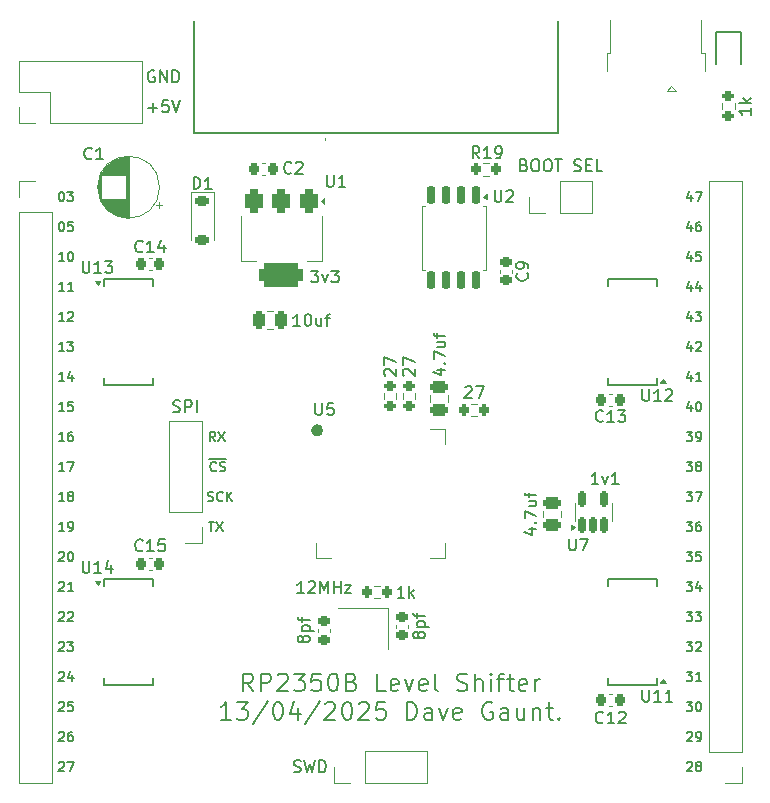
<source format=gto>
G04 #@! TF.GenerationSoftware,KiCad,Pcbnew,9.0.1*
G04 #@! TF.CreationDate,2025-04-14T17:52:09+10:00*
G04 #@! TF.ProjectId,RP2350B_LevelShift,52503233-3530-4425-9f4c-6576656c5368,rev?*
G04 #@! TF.SameCoordinates,Original*
G04 #@! TF.FileFunction,Legend,Top*
G04 #@! TF.FilePolarity,Positive*
%FSLAX46Y46*%
G04 Gerber Fmt 4.6, Leading zero omitted, Abs format (unit mm)*
G04 Created by KiCad (PCBNEW 9.0.1) date 2025-04-14 17:52:09*
%MOMM*%
%LPD*%
G01*
G04 APERTURE LIST*
G04 Aperture macros list*
%AMRoundRect*
0 Rectangle with rounded corners*
0 $1 Rounding radius*
0 $2 $3 $4 $5 $6 $7 $8 $9 X,Y pos of 4 corners*
0 Add a 4 corners polygon primitive as box body*
4,1,4,$2,$3,$4,$5,$6,$7,$8,$9,$2,$3,0*
0 Add four circle primitives for the rounded corners*
1,1,$1+$1,$2,$3*
1,1,$1+$1,$4,$5*
1,1,$1+$1,$6,$7*
1,1,$1+$1,$8,$9*
0 Add four rect primitives between the rounded corners*
20,1,$1+$1,$2,$3,$4,$5,0*
20,1,$1+$1,$4,$5,$6,$7,0*
20,1,$1+$1,$6,$7,$8,$9,0*
20,1,$1+$1,$8,$9,$2,$3,0*%
G04 Aperture macros list end*
%ADD10C,0.150000*%
%ADD11C,0.200000*%
%ADD12C,0.120000*%
%ADD13C,0.539246*%
%ADD14C,0.100000*%
%ADD15RoundRect,0.150000X0.150000X-0.512500X0.150000X0.512500X-0.150000X0.512500X-0.150000X-0.512500X0*%
%ADD16R,0.780000X0.220000*%
%ADD17R,0.220000X0.780000*%
%ADD18C,0.425000*%
%ADD19R,3.400000X3.400000*%
%ADD20RoundRect,0.225000X-0.375000X0.225000X-0.375000X-0.225000X0.375000X-0.225000X0.375000X0.225000X0*%
%ADD21RoundRect,0.200000X-0.275000X0.200000X-0.275000X-0.200000X0.275000X-0.200000X0.275000X0.200000X0*%
%ADD22R,1.400000X0.950000*%
%ADD23R,1.700000X1.700000*%
%ADD24C,1.700000*%
%ADD25RoundRect,0.250000X-0.475000X0.250000X-0.475000X-0.250000X0.475000X-0.250000X0.475000X0.250000X0*%
%ADD26RoundRect,0.200000X0.200000X0.275000X-0.200000X0.275000X-0.200000X-0.275000X0.200000X-0.275000X0*%
%ADD27R,1.400000X1.200000*%
%ADD28RoundRect,0.225000X-0.250000X0.225000X-0.250000X-0.225000X0.250000X-0.225000X0.250000X0.225000X0*%
%ADD29RoundRect,0.150000X-0.150000X0.650000X-0.150000X-0.650000X0.150000X-0.650000X0.150000X0.650000X0*%
%ADD30R,0.400000X1.650000*%
%ADD31R,1.825000X0.700000*%
%ADD32R,2.000000X1.500000*%
%ADD33R,1.350000X2.000000*%
%ADD34O,1.350000X1.700000*%
%ADD35O,1.100000X1.500000*%
%ADD36R,1.430000X2.500000*%
%ADD37C,4.770000*%
%ADD38R,1.785000X1.785000*%
%ADD39C,1.785000*%
%ADD40RoundRect,0.200000X-0.200000X-0.275000X0.200000X-0.275000X0.200000X0.275000X-0.200000X0.275000X0*%
%ADD41RoundRect,0.225000X0.225000X0.250000X-0.225000X0.250000X-0.225000X-0.250000X0.225000X-0.250000X0*%
%ADD42R,1.600000X1.600000*%
%ADD43C,1.600000*%
%ADD44RoundRect,0.375000X-0.375000X0.625000X-0.375000X-0.625000X0.375000X-0.625000X0.375000X0.625000X0*%
%ADD45RoundRect,0.500000X-1.400000X0.500000X-1.400000X-0.500000X1.400000X-0.500000X1.400000X0.500000X0*%
%ADD46R,1.200000X0.400000*%
%ADD47RoundRect,0.225000X-0.225000X-0.250000X0.225000X-0.250000X0.225000X0.250000X-0.225000X0.250000X0*%
%ADD48RoundRect,0.250000X-0.250000X-0.475000X0.250000X-0.475000X0.250000X0.475000X-0.250000X0.475000X0*%
%ADD49RoundRect,0.200000X0.275000X-0.200000X0.275000X0.200000X-0.275000X0.200000X-0.275000X-0.200000X0*%
%ADD50RoundRect,0.225000X0.250000X-0.225000X0.250000X0.225000X-0.250000X0.225000X-0.250000X-0.225000X0*%
G04 APERTURE END LIST*
D10*
X139151064Y-136798485D02*
X139189160Y-136760390D01*
X139189160Y-136760390D02*
X139265350Y-136722295D01*
X139265350Y-136722295D02*
X139455826Y-136722295D01*
X139455826Y-136722295D02*
X139532017Y-136760390D01*
X139532017Y-136760390D02*
X139570112Y-136798485D01*
X139570112Y-136798485D02*
X139608207Y-136874676D01*
X139608207Y-136874676D02*
X139608207Y-136950866D01*
X139608207Y-136950866D02*
X139570112Y-137065152D01*
X139570112Y-137065152D02*
X139112969Y-137522295D01*
X139112969Y-137522295D02*
X139608207Y-137522295D01*
X140293922Y-136988961D02*
X140293922Y-137522295D01*
X140103446Y-136684200D02*
X139912969Y-137255628D01*
X139912969Y-137255628D02*
X140408208Y-137255628D01*
X192329886Y-144418485D02*
X192367982Y-144380390D01*
X192367982Y-144380390D02*
X192444172Y-144342295D01*
X192444172Y-144342295D02*
X192634648Y-144342295D01*
X192634648Y-144342295D02*
X192710839Y-144380390D01*
X192710839Y-144380390D02*
X192748934Y-144418485D01*
X192748934Y-144418485D02*
X192787029Y-144494676D01*
X192787029Y-144494676D02*
X192787029Y-144570866D01*
X192787029Y-144570866D02*
X192748934Y-144685152D01*
X192748934Y-144685152D02*
X192291791Y-145142295D01*
X192291791Y-145142295D02*
X192787029Y-145142295D01*
X193244172Y-144685152D02*
X193167982Y-144647057D01*
X193167982Y-144647057D02*
X193129887Y-144608961D01*
X193129887Y-144608961D02*
X193091791Y-144532771D01*
X193091791Y-144532771D02*
X193091791Y-144494676D01*
X193091791Y-144494676D02*
X193129887Y-144418485D01*
X193129887Y-144418485D02*
X193167982Y-144380390D01*
X193167982Y-144380390D02*
X193244172Y-144342295D01*
X193244172Y-144342295D02*
X193396553Y-144342295D01*
X193396553Y-144342295D02*
X193472744Y-144380390D01*
X193472744Y-144380390D02*
X193510839Y-144418485D01*
X193510839Y-144418485D02*
X193548934Y-144494676D01*
X193548934Y-144494676D02*
X193548934Y-144532771D01*
X193548934Y-144532771D02*
X193510839Y-144608961D01*
X193510839Y-144608961D02*
X193472744Y-144647057D01*
X193472744Y-144647057D02*
X193396553Y-144685152D01*
X193396553Y-144685152D02*
X193244172Y-144685152D01*
X193244172Y-144685152D02*
X193167982Y-144723247D01*
X193167982Y-144723247D02*
X193129887Y-144761342D01*
X193129887Y-144761342D02*
X193091791Y-144837533D01*
X193091791Y-144837533D02*
X193091791Y-144989914D01*
X193091791Y-144989914D02*
X193129887Y-145066104D01*
X193129887Y-145066104D02*
X193167982Y-145104200D01*
X193167982Y-145104200D02*
X193244172Y-145142295D01*
X193244172Y-145142295D02*
X193396553Y-145142295D01*
X193396553Y-145142295D02*
X193472744Y-145104200D01*
X193472744Y-145104200D02*
X193510839Y-145066104D01*
X193510839Y-145066104D02*
X193548934Y-144989914D01*
X193548934Y-144989914D02*
X193548934Y-144837533D01*
X193548934Y-144837533D02*
X193510839Y-144761342D01*
X193510839Y-144761342D02*
X193472744Y-144723247D01*
X193472744Y-144723247D02*
X193396553Y-144685152D01*
X192291791Y-118942295D02*
X192787029Y-118942295D01*
X192787029Y-118942295D02*
X192520363Y-119247057D01*
X192520363Y-119247057D02*
X192634648Y-119247057D01*
X192634648Y-119247057D02*
X192710839Y-119285152D01*
X192710839Y-119285152D02*
X192748934Y-119323247D01*
X192748934Y-119323247D02*
X192787029Y-119399438D01*
X192787029Y-119399438D02*
X192787029Y-119589914D01*
X192787029Y-119589914D02*
X192748934Y-119666104D01*
X192748934Y-119666104D02*
X192710839Y-119704200D01*
X192710839Y-119704200D02*
X192634648Y-119742295D01*
X192634648Y-119742295D02*
X192406077Y-119742295D01*
X192406077Y-119742295D02*
X192329886Y-119704200D01*
X192329886Y-119704200D02*
X192291791Y-119666104D01*
X193244172Y-119285152D02*
X193167982Y-119247057D01*
X193167982Y-119247057D02*
X193129887Y-119208961D01*
X193129887Y-119208961D02*
X193091791Y-119132771D01*
X193091791Y-119132771D02*
X193091791Y-119094676D01*
X193091791Y-119094676D02*
X193129887Y-119018485D01*
X193129887Y-119018485D02*
X193167982Y-118980390D01*
X193167982Y-118980390D02*
X193244172Y-118942295D01*
X193244172Y-118942295D02*
X193396553Y-118942295D01*
X193396553Y-118942295D02*
X193472744Y-118980390D01*
X193472744Y-118980390D02*
X193510839Y-119018485D01*
X193510839Y-119018485D02*
X193548934Y-119094676D01*
X193548934Y-119094676D02*
X193548934Y-119132771D01*
X193548934Y-119132771D02*
X193510839Y-119208961D01*
X193510839Y-119208961D02*
X193472744Y-119247057D01*
X193472744Y-119247057D02*
X193396553Y-119285152D01*
X193396553Y-119285152D02*
X193244172Y-119285152D01*
X193244172Y-119285152D02*
X193167982Y-119323247D01*
X193167982Y-119323247D02*
X193129887Y-119361342D01*
X193129887Y-119361342D02*
X193091791Y-119437533D01*
X193091791Y-119437533D02*
X193091791Y-119589914D01*
X193091791Y-119589914D02*
X193129887Y-119666104D01*
X193129887Y-119666104D02*
X193167982Y-119704200D01*
X193167982Y-119704200D02*
X193244172Y-119742295D01*
X193244172Y-119742295D02*
X193396553Y-119742295D01*
X193396553Y-119742295D02*
X193472744Y-119704200D01*
X193472744Y-119704200D02*
X193510839Y-119666104D01*
X193510839Y-119666104D02*
X193548934Y-119589914D01*
X193548934Y-119589914D02*
X193548934Y-119437533D01*
X193548934Y-119437533D02*
X193510839Y-119361342D01*
X193510839Y-119361342D02*
X193472744Y-119323247D01*
X193472744Y-119323247D02*
X193396553Y-119285152D01*
X139341541Y-96082295D02*
X139417731Y-96082295D01*
X139417731Y-96082295D02*
X139493922Y-96120390D01*
X139493922Y-96120390D02*
X139532017Y-96158485D01*
X139532017Y-96158485D02*
X139570112Y-96234676D01*
X139570112Y-96234676D02*
X139608207Y-96387057D01*
X139608207Y-96387057D02*
X139608207Y-96577533D01*
X139608207Y-96577533D02*
X139570112Y-96729914D01*
X139570112Y-96729914D02*
X139532017Y-96806104D01*
X139532017Y-96806104D02*
X139493922Y-96844200D01*
X139493922Y-96844200D02*
X139417731Y-96882295D01*
X139417731Y-96882295D02*
X139341541Y-96882295D01*
X139341541Y-96882295D02*
X139265350Y-96844200D01*
X139265350Y-96844200D02*
X139227255Y-96806104D01*
X139227255Y-96806104D02*
X139189160Y-96729914D01*
X139189160Y-96729914D02*
X139151064Y-96577533D01*
X139151064Y-96577533D02*
X139151064Y-96387057D01*
X139151064Y-96387057D02*
X139189160Y-96234676D01*
X139189160Y-96234676D02*
X139227255Y-96158485D01*
X139227255Y-96158485D02*
X139265350Y-96120390D01*
X139265350Y-96120390D02*
X139341541Y-96082295D01*
X139874874Y-96082295D02*
X140370112Y-96082295D01*
X140370112Y-96082295D02*
X140103446Y-96387057D01*
X140103446Y-96387057D02*
X140217731Y-96387057D01*
X140217731Y-96387057D02*
X140293922Y-96425152D01*
X140293922Y-96425152D02*
X140332017Y-96463247D01*
X140332017Y-96463247D02*
X140370112Y-96539438D01*
X140370112Y-96539438D02*
X140370112Y-96729914D01*
X140370112Y-96729914D02*
X140332017Y-96806104D01*
X140332017Y-96806104D02*
X140293922Y-96844200D01*
X140293922Y-96844200D02*
X140217731Y-96882295D01*
X140217731Y-96882295D02*
X139989160Y-96882295D01*
X139989160Y-96882295D02*
X139912969Y-96844200D01*
X139912969Y-96844200D02*
X139874874Y-96806104D01*
X139608207Y-104502295D02*
X139151064Y-104502295D01*
X139379636Y-104502295D02*
X139379636Y-103702295D01*
X139379636Y-103702295D02*
X139303445Y-103816580D01*
X139303445Y-103816580D02*
X139227255Y-103892771D01*
X139227255Y-103892771D02*
X139151064Y-103930866D01*
X140370112Y-104502295D02*
X139912969Y-104502295D01*
X140141541Y-104502295D02*
X140141541Y-103702295D01*
X140141541Y-103702295D02*
X140065350Y-103816580D01*
X140065350Y-103816580D02*
X139989160Y-103892771D01*
X139989160Y-103892771D02*
X139912969Y-103930866D01*
X192291791Y-134182295D02*
X192787029Y-134182295D01*
X192787029Y-134182295D02*
X192520363Y-134487057D01*
X192520363Y-134487057D02*
X192634648Y-134487057D01*
X192634648Y-134487057D02*
X192710839Y-134525152D01*
X192710839Y-134525152D02*
X192748934Y-134563247D01*
X192748934Y-134563247D02*
X192787029Y-134639438D01*
X192787029Y-134639438D02*
X192787029Y-134829914D01*
X192787029Y-134829914D02*
X192748934Y-134906104D01*
X192748934Y-134906104D02*
X192710839Y-134944200D01*
X192710839Y-134944200D02*
X192634648Y-134982295D01*
X192634648Y-134982295D02*
X192406077Y-134982295D01*
X192406077Y-134982295D02*
X192329886Y-134944200D01*
X192329886Y-134944200D02*
X192291791Y-134906104D01*
X193091791Y-134258485D02*
X193129887Y-134220390D01*
X193129887Y-134220390D02*
X193206077Y-134182295D01*
X193206077Y-134182295D02*
X193396553Y-134182295D01*
X193396553Y-134182295D02*
X193472744Y-134220390D01*
X193472744Y-134220390D02*
X193510839Y-134258485D01*
X193510839Y-134258485D02*
X193548934Y-134334676D01*
X193548934Y-134334676D02*
X193548934Y-134410866D01*
X193548934Y-134410866D02*
X193510839Y-134525152D01*
X193510839Y-134525152D02*
X193053696Y-134982295D01*
X193053696Y-134982295D02*
X193548934Y-134982295D01*
X139151064Y-129178485D02*
X139189160Y-129140390D01*
X139189160Y-129140390D02*
X139265350Y-129102295D01*
X139265350Y-129102295D02*
X139455826Y-129102295D01*
X139455826Y-129102295D02*
X139532017Y-129140390D01*
X139532017Y-129140390D02*
X139570112Y-129178485D01*
X139570112Y-129178485D02*
X139608207Y-129254676D01*
X139608207Y-129254676D02*
X139608207Y-129330866D01*
X139608207Y-129330866D02*
X139570112Y-129445152D01*
X139570112Y-129445152D02*
X139112969Y-129902295D01*
X139112969Y-129902295D02*
X139608207Y-129902295D01*
X140370112Y-129902295D02*
X139912969Y-129902295D01*
X140141541Y-129902295D02*
X140141541Y-129102295D01*
X140141541Y-129102295D02*
X140065350Y-129216580D01*
X140065350Y-129216580D02*
X139989160Y-129292771D01*
X139989160Y-129292771D02*
X139912969Y-129330866D01*
X192291791Y-126562295D02*
X192787029Y-126562295D01*
X192787029Y-126562295D02*
X192520363Y-126867057D01*
X192520363Y-126867057D02*
X192634648Y-126867057D01*
X192634648Y-126867057D02*
X192710839Y-126905152D01*
X192710839Y-126905152D02*
X192748934Y-126943247D01*
X192748934Y-126943247D02*
X192787029Y-127019438D01*
X192787029Y-127019438D02*
X192787029Y-127209914D01*
X192787029Y-127209914D02*
X192748934Y-127286104D01*
X192748934Y-127286104D02*
X192710839Y-127324200D01*
X192710839Y-127324200D02*
X192634648Y-127362295D01*
X192634648Y-127362295D02*
X192406077Y-127362295D01*
X192406077Y-127362295D02*
X192329886Y-127324200D01*
X192329886Y-127324200D02*
X192291791Y-127286104D01*
X193510839Y-126562295D02*
X193129887Y-126562295D01*
X193129887Y-126562295D02*
X193091791Y-126943247D01*
X193091791Y-126943247D02*
X193129887Y-126905152D01*
X193129887Y-126905152D02*
X193206077Y-126867057D01*
X193206077Y-126867057D02*
X193396553Y-126867057D01*
X193396553Y-126867057D02*
X193472744Y-126905152D01*
X193472744Y-126905152D02*
X193510839Y-126943247D01*
X193510839Y-126943247D02*
X193548934Y-127019438D01*
X193548934Y-127019438D02*
X193548934Y-127209914D01*
X193548934Y-127209914D02*
X193510839Y-127286104D01*
X193510839Y-127286104D02*
X193472744Y-127324200D01*
X193472744Y-127324200D02*
X193396553Y-127362295D01*
X193396553Y-127362295D02*
X193206077Y-127362295D01*
X193206077Y-127362295D02*
X193129887Y-127324200D01*
X193129887Y-127324200D02*
X193091791Y-127286104D01*
X139151064Y-134258485D02*
X139189160Y-134220390D01*
X139189160Y-134220390D02*
X139265350Y-134182295D01*
X139265350Y-134182295D02*
X139455826Y-134182295D01*
X139455826Y-134182295D02*
X139532017Y-134220390D01*
X139532017Y-134220390D02*
X139570112Y-134258485D01*
X139570112Y-134258485D02*
X139608207Y-134334676D01*
X139608207Y-134334676D02*
X139608207Y-134410866D01*
X139608207Y-134410866D02*
X139570112Y-134525152D01*
X139570112Y-134525152D02*
X139112969Y-134982295D01*
X139112969Y-134982295D02*
X139608207Y-134982295D01*
X139874874Y-134182295D02*
X140370112Y-134182295D01*
X140370112Y-134182295D02*
X140103446Y-134487057D01*
X140103446Y-134487057D02*
X140217731Y-134487057D01*
X140217731Y-134487057D02*
X140293922Y-134525152D01*
X140293922Y-134525152D02*
X140332017Y-134563247D01*
X140332017Y-134563247D02*
X140370112Y-134639438D01*
X140370112Y-134639438D02*
X140370112Y-134829914D01*
X140370112Y-134829914D02*
X140332017Y-134906104D01*
X140332017Y-134906104D02*
X140293922Y-134944200D01*
X140293922Y-134944200D02*
X140217731Y-134982295D01*
X140217731Y-134982295D02*
X139989160Y-134982295D01*
X139989160Y-134982295D02*
X139912969Y-134944200D01*
X139912969Y-134944200D02*
X139874874Y-134906104D01*
X192291791Y-129102295D02*
X192787029Y-129102295D01*
X192787029Y-129102295D02*
X192520363Y-129407057D01*
X192520363Y-129407057D02*
X192634648Y-129407057D01*
X192634648Y-129407057D02*
X192710839Y-129445152D01*
X192710839Y-129445152D02*
X192748934Y-129483247D01*
X192748934Y-129483247D02*
X192787029Y-129559438D01*
X192787029Y-129559438D02*
X192787029Y-129749914D01*
X192787029Y-129749914D02*
X192748934Y-129826104D01*
X192748934Y-129826104D02*
X192710839Y-129864200D01*
X192710839Y-129864200D02*
X192634648Y-129902295D01*
X192634648Y-129902295D02*
X192406077Y-129902295D01*
X192406077Y-129902295D02*
X192329886Y-129864200D01*
X192329886Y-129864200D02*
X192291791Y-129826104D01*
X193472744Y-129368961D02*
X193472744Y-129902295D01*
X193282268Y-129064200D02*
X193091791Y-129635628D01*
X193091791Y-129635628D02*
X193587030Y-129635628D01*
X151771428Y-122244200D02*
X151885714Y-122282295D01*
X151885714Y-122282295D02*
X152076190Y-122282295D01*
X152076190Y-122282295D02*
X152152381Y-122244200D01*
X152152381Y-122244200D02*
X152190476Y-122206104D01*
X152190476Y-122206104D02*
X152228571Y-122129914D01*
X152228571Y-122129914D02*
X152228571Y-122053723D01*
X152228571Y-122053723D02*
X152190476Y-121977533D01*
X152190476Y-121977533D02*
X152152381Y-121939438D01*
X152152381Y-121939438D02*
X152076190Y-121901342D01*
X152076190Y-121901342D02*
X151923809Y-121863247D01*
X151923809Y-121863247D02*
X151847619Y-121825152D01*
X151847619Y-121825152D02*
X151809524Y-121787057D01*
X151809524Y-121787057D02*
X151771428Y-121710866D01*
X151771428Y-121710866D02*
X151771428Y-121634676D01*
X151771428Y-121634676D02*
X151809524Y-121558485D01*
X151809524Y-121558485D02*
X151847619Y-121520390D01*
X151847619Y-121520390D02*
X151923809Y-121482295D01*
X151923809Y-121482295D02*
X152114286Y-121482295D01*
X152114286Y-121482295D02*
X152228571Y-121520390D01*
X153028572Y-122206104D02*
X152990476Y-122244200D01*
X152990476Y-122244200D02*
X152876191Y-122282295D01*
X152876191Y-122282295D02*
X152800000Y-122282295D01*
X152800000Y-122282295D02*
X152685714Y-122244200D01*
X152685714Y-122244200D02*
X152609524Y-122168009D01*
X152609524Y-122168009D02*
X152571429Y-122091819D01*
X152571429Y-122091819D02*
X152533333Y-121939438D01*
X152533333Y-121939438D02*
X152533333Y-121825152D01*
X152533333Y-121825152D02*
X152571429Y-121672771D01*
X152571429Y-121672771D02*
X152609524Y-121596580D01*
X152609524Y-121596580D02*
X152685714Y-121520390D01*
X152685714Y-121520390D02*
X152800000Y-121482295D01*
X152800000Y-121482295D02*
X152876191Y-121482295D01*
X152876191Y-121482295D02*
X152990476Y-121520390D01*
X152990476Y-121520390D02*
X153028572Y-121558485D01*
X153371429Y-122282295D02*
X153371429Y-121482295D01*
X153828572Y-122282295D02*
X153485714Y-121825152D01*
X153828572Y-121482295D02*
X153371429Y-121939438D01*
X139608207Y-124822295D02*
X139151064Y-124822295D01*
X139379636Y-124822295D02*
X139379636Y-124022295D01*
X139379636Y-124022295D02*
X139303445Y-124136580D01*
X139303445Y-124136580D02*
X139227255Y-124212771D01*
X139227255Y-124212771D02*
X139151064Y-124250866D01*
X139989160Y-124822295D02*
X140141541Y-124822295D01*
X140141541Y-124822295D02*
X140217731Y-124784200D01*
X140217731Y-124784200D02*
X140255827Y-124746104D01*
X140255827Y-124746104D02*
X140332017Y-124631819D01*
X140332017Y-124631819D02*
X140370112Y-124479438D01*
X140370112Y-124479438D02*
X140370112Y-124174676D01*
X140370112Y-124174676D02*
X140332017Y-124098485D01*
X140332017Y-124098485D02*
X140293922Y-124060390D01*
X140293922Y-124060390D02*
X140217731Y-124022295D01*
X140217731Y-124022295D02*
X140065350Y-124022295D01*
X140065350Y-124022295D02*
X139989160Y-124060390D01*
X139989160Y-124060390D02*
X139951065Y-124098485D01*
X139951065Y-124098485D02*
X139912969Y-124174676D01*
X139912969Y-124174676D02*
X139912969Y-124365152D01*
X139912969Y-124365152D02*
X139951065Y-124441342D01*
X139951065Y-124441342D02*
X139989160Y-124479438D01*
X139989160Y-124479438D02*
X140065350Y-124517533D01*
X140065350Y-124517533D02*
X140217731Y-124517533D01*
X140217731Y-124517533D02*
X140293922Y-124479438D01*
X140293922Y-124479438D02*
X140332017Y-124441342D01*
X140332017Y-124441342D02*
X140370112Y-124365152D01*
X139608207Y-117202295D02*
X139151064Y-117202295D01*
X139379636Y-117202295D02*
X139379636Y-116402295D01*
X139379636Y-116402295D02*
X139303445Y-116516580D01*
X139303445Y-116516580D02*
X139227255Y-116592771D01*
X139227255Y-116592771D02*
X139151064Y-116630866D01*
X140293922Y-116402295D02*
X140141541Y-116402295D01*
X140141541Y-116402295D02*
X140065350Y-116440390D01*
X140065350Y-116440390D02*
X140027255Y-116478485D01*
X140027255Y-116478485D02*
X139951065Y-116592771D01*
X139951065Y-116592771D02*
X139912969Y-116745152D01*
X139912969Y-116745152D02*
X139912969Y-117049914D01*
X139912969Y-117049914D02*
X139951065Y-117126104D01*
X139951065Y-117126104D02*
X139989160Y-117164200D01*
X139989160Y-117164200D02*
X140065350Y-117202295D01*
X140065350Y-117202295D02*
X140217731Y-117202295D01*
X140217731Y-117202295D02*
X140293922Y-117164200D01*
X140293922Y-117164200D02*
X140332017Y-117126104D01*
X140332017Y-117126104D02*
X140370112Y-117049914D01*
X140370112Y-117049914D02*
X140370112Y-116859438D01*
X140370112Y-116859438D02*
X140332017Y-116783247D01*
X140332017Y-116783247D02*
X140293922Y-116745152D01*
X140293922Y-116745152D02*
X140217731Y-116707057D01*
X140217731Y-116707057D02*
X140065350Y-116707057D01*
X140065350Y-116707057D02*
X139989160Y-116745152D01*
X139989160Y-116745152D02*
X139951065Y-116783247D01*
X139951065Y-116783247D02*
X139912969Y-116859438D01*
X192291791Y-136722295D02*
X192787029Y-136722295D01*
X192787029Y-136722295D02*
X192520363Y-137027057D01*
X192520363Y-137027057D02*
X192634648Y-137027057D01*
X192634648Y-137027057D02*
X192710839Y-137065152D01*
X192710839Y-137065152D02*
X192748934Y-137103247D01*
X192748934Y-137103247D02*
X192787029Y-137179438D01*
X192787029Y-137179438D02*
X192787029Y-137369914D01*
X192787029Y-137369914D02*
X192748934Y-137446104D01*
X192748934Y-137446104D02*
X192710839Y-137484200D01*
X192710839Y-137484200D02*
X192634648Y-137522295D01*
X192634648Y-137522295D02*
X192406077Y-137522295D01*
X192406077Y-137522295D02*
X192329886Y-137484200D01*
X192329886Y-137484200D02*
X192291791Y-137446104D01*
X193548934Y-137522295D02*
X193091791Y-137522295D01*
X193320363Y-137522295D02*
X193320363Y-136722295D01*
X193320363Y-136722295D02*
X193244172Y-136836580D01*
X193244172Y-136836580D02*
X193167982Y-136912771D01*
X193167982Y-136912771D02*
X193091791Y-136950866D01*
X192710839Y-106508961D02*
X192710839Y-107042295D01*
X192520363Y-106204200D02*
X192329886Y-106775628D01*
X192329886Y-106775628D02*
X192825125Y-106775628D01*
X193053696Y-106242295D02*
X193548934Y-106242295D01*
X193548934Y-106242295D02*
X193282268Y-106547057D01*
X193282268Y-106547057D02*
X193396553Y-106547057D01*
X193396553Y-106547057D02*
X193472744Y-106585152D01*
X193472744Y-106585152D02*
X193510839Y-106623247D01*
X193510839Y-106623247D02*
X193548934Y-106699438D01*
X193548934Y-106699438D02*
X193548934Y-106889914D01*
X193548934Y-106889914D02*
X193510839Y-106966104D01*
X193510839Y-106966104D02*
X193472744Y-107004200D01*
X193472744Y-107004200D02*
X193396553Y-107042295D01*
X193396553Y-107042295D02*
X193167982Y-107042295D01*
X193167982Y-107042295D02*
X193091791Y-107004200D01*
X193091791Y-107004200D02*
X193053696Y-106966104D01*
X152383825Y-117202295D02*
X152117158Y-116821342D01*
X151926682Y-117202295D02*
X151926682Y-116402295D01*
X151926682Y-116402295D02*
X152231444Y-116402295D01*
X152231444Y-116402295D02*
X152307634Y-116440390D01*
X152307634Y-116440390D02*
X152345729Y-116478485D01*
X152345729Y-116478485D02*
X152383825Y-116554676D01*
X152383825Y-116554676D02*
X152383825Y-116668961D01*
X152383825Y-116668961D02*
X152345729Y-116745152D01*
X152345729Y-116745152D02*
X152307634Y-116783247D01*
X152307634Y-116783247D02*
X152231444Y-116821342D01*
X152231444Y-116821342D02*
X151926682Y-116821342D01*
X152650491Y-116402295D02*
X153183825Y-117202295D01*
X153183825Y-116402295D02*
X152650491Y-117202295D01*
X139151064Y-139338485D02*
X139189160Y-139300390D01*
X139189160Y-139300390D02*
X139265350Y-139262295D01*
X139265350Y-139262295D02*
X139455826Y-139262295D01*
X139455826Y-139262295D02*
X139532017Y-139300390D01*
X139532017Y-139300390D02*
X139570112Y-139338485D01*
X139570112Y-139338485D02*
X139608207Y-139414676D01*
X139608207Y-139414676D02*
X139608207Y-139490866D01*
X139608207Y-139490866D02*
X139570112Y-139605152D01*
X139570112Y-139605152D02*
X139112969Y-140062295D01*
X139112969Y-140062295D02*
X139608207Y-140062295D01*
X140332017Y-139262295D02*
X139951065Y-139262295D01*
X139951065Y-139262295D02*
X139912969Y-139643247D01*
X139912969Y-139643247D02*
X139951065Y-139605152D01*
X139951065Y-139605152D02*
X140027255Y-139567057D01*
X140027255Y-139567057D02*
X140217731Y-139567057D01*
X140217731Y-139567057D02*
X140293922Y-139605152D01*
X140293922Y-139605152D02*
X140332017Y-139643247D01*
X140332017Y-139643247D02*
X140370112Y-139719438D01*
X140370112Y-139719438D02*
X140370112Y-139909914D01*
X140370112Y-139909914D02*
X140332017Y-139986104D01*
X140332017Y-139986104D02*
X140293922Y-140024200D01*
X140293922Y-140024200D02*
X140217731Y-140062295D01*
X140217731Y-140062295D02*
X140027255Y-140062295D01*
X140027255Y-140062295D02*
X139951065Y-140024200D01*
X139951065Y-140024200D02*
X139912969Y-139986104D01*
X192710839Y-109048961D02*
X192710839Y-109582295D01*
X192520363Y-108744200D02*
X192329886Y-109315628D01*
X192329886Y-109315628D02*
X192825125Y-109315628D01*
X193091791Y-108858485D02*
X193129887Y-108820390D01*
X193129887Y-108820390D02*
X193206077Y-108782295D01*
X193206077Y-108782295D02*
X193396553Y-108782295D01*
X193396553Y-108782295D02*
X193472744Y-108820390D01*
X193472744Y-108820390D02*
X193510839Y-108858485D01*
X193510839Y-108858485D02*
X193548934Y-108934676D01*
X193548934Y-108934676D02*
X193548934Y-109010866D01*
X193548934Y-109010866D02*
X193510839Y-109125152D01*
X193510839Y-109125152D02*
X193053696Y-109582295D01*
X193053696Y-109582295D02*
X193548934Y-109582295D01*
X139608207Y-101962295D02*
X139151064Y-101962295D01*
X139379636Y-101962295D02*
X139379636Y-101162295D01*
X139379636Y-101162295D02*
X139303445Y-101276580D01*
X139303445Y-101276580D02*
X139227255Y-101352771D01*
X139227255Y-101352771D02*
X139151064Y-101390866D01*
X140103446Y-101162295D02*
X140179636Y-101162295D01*
X140179636Y-101162295D02*
X140255827Y-101200390D01*
X140255827Y-101200390D02*
X140293922Y-101238485D01*
X140293922Y-101238485D02*
X140332017Y-101314676D01*
X140332017Y-101314676D02*
X140370112Y-101467057D01*
X140370112Y-101467057D02*
X140370112Y-101657533D01*
X140370112Y-101657533D02*
X140332017Y-101809914D01*
X140332017Y-101809914D02*
X140293922Y-101886104D01*
X140293922Y-101886104D02*
X140255827Y-101924200D01*
X140255827Y-101924200D02*
X140179636Y-101962295D01*
X140179636Y-101962295D02*
X140103446Y-101962295D01*
X140103446Y-101962295D02*
X140027255Y-101924200D01*
X140027255Y-101924200D02*
X139989160Y-101886104D01*
X139989160Y-101886104D02*
X139951065Y-101809914D01*
X139951065Y-101809914D02*
X139912969Y-101657533D01*
X139912969Y-101657533D02*
X139912969Y-101467057D01*
X139912969Y-101467057D02*
X139951065Y-101314676D01*
X139951065Y-101314676D02*
X139989160Y-101238485D01*
X139989160Y-101238485D02*
X140027255Y-101200390D01*
X140027255Y-101200390D02*
X140103446Y-101162295D01*
X139608207Y-114662295D02*
X139151064Y-114662295D01*
X139379636Y-114662295D02*
X139379636Y-113862295D01*
X139379636Y-113862295D02*
X139303445Y-113976580D01*
X139303445Y-113976580D02*
X139227255Y-114052771D01*
X139227255Y-114052771D02*
X139151064Y-114090866D01*
X140332017Y-113862295D02*
X139951065Y-113862295D01*
X139951065Y-113862295D02*
X139912969Y-114243247D01*
X139912969Y-114243247D02*
X139951065Y-114205152D01*
X139951065Y-114205152D02*
X140027255Y-114167057D01*
X140027255Y-114167057D02*
X140217731Y-114167057D01*
X140217731Y-114167057D02*
X140293922Y-114205152D01*
X140293922Y-114205152D02*
X140332017Y-114243247D01*
X140332017Y-114243247D02*
X140370112Y-114319438D01*
X140370112Y-114319438D02*
X140370112Y-114509914D01*
X140370112Y-114509914D02*
X140332017Y-114586104D01*
X140332017Y-114586104D02*
X140293922Y-114624200D01*
X140293922Y-114624200D02*
X140217731Y-114662295D01*
X140217731Y-114662295D02*
X140027255Y-114662295D01*
X140027255Y-114662295D02*
X139951065Y-114624200D01*
X139951065Y-114624200D02*
X139912969Y-114586104D01*
X192710839Y-103968961D02*
X192710839Y-104502295D01*
X192520363Y-103664200D02*
X192329886Y-104235628D01*
X192329886Y-104235628D02*
X192825125Y-104235628D01*
X193472744Y-103968961D02*
X193472744Y-104502295D01*
X193282268Y-103664200D02*
X193091791Y-104235628D01*
X193091791Y-104235628D02*
X193587030Y-104235628D01*
X192710839Y-114128961D02*
X192710839Y-114662295D01*
X192520363Y-113824200D02*
X192329886Y-114395628D01*
X192329886Y-114395628D02*
X192825125Y-114395628D01*
X193282268Y-113862295D02*
X193358458Y-113862295D01*
X193358458Y-113862295D02*
X193434649Y-113900390D01*
X193434649Y-113900390D02*
X193472744Y-113938485D01*
X193472744Y-113938485D02*
X193510839Y-114014676D01*
X193510839Y-114014676D02*
X193548934Y-114167057D01*
X193548934Y-114167057D02*
X193548934Y-114357533D01*
X193548934Y-114357533D02*
X193510839Y-114509914D01*
X193510839Y-114509914D02*
X193472744Y-114586104D01*
X193472744Y-114586104D02*
X193434649Y-114624200D01*
X193434649Y-114624200D02*
X193358458Y-114662295D01*
X193358458Y-114662295D02*
X193282268Y-114662295D01*
X193282268Y-114662295D02*
X193206077Y-114624200D01*
X193206077Y-114624200D02*
X193167982Y-114586104D01*
X193167982Y-114586104D02*
X193129887Y-114509914D01*
X193129887Y-114509914D02*
X193091791Y-114357533D01*
X193091791Y-114357533D02*
X193091791Y-114167057D01*
X193091791Y-114167057D02*
X193129887Y-114014676D01*
X193129887Y-114014676D02*
X193167982Y-113938485D01*
X193167982Y-113938485D02*
X193206077Y-113900390D01*
X193206077Y-113900390D02*
X193282268Y-113862295D01*
X152457482Y-119666103D02*
X152419386Y-119704199D01*
X152419386Y-119704199D02*
X152305101Y-119742294D01*
X152305101Y-119742294D02*
X152228910Y-119742294D01*
X152228910Y-119742294D02*
X152114624Y-119704199D01*
X152114624Y-119704199D02*
X152038434Y-119628008D01*
X152038434Y-119628008D02*
X152000339Y-119551818D01*
X152000339Y-119551818D02*
X151962243Y-119399437D01*
X151962243Y-119399437D02*
X151962243Y-119285151D01*
X151962243Y-119285151D02*
X152000339Y-119132770D01*
X152000339Y-119132770D02*
X152038434Y-119056579D01*
X152038434Y-119056579D02*
X152114624Y-118980389D01*
X152114624Y-118980389D02*
X152228910Y-118942294D01*
X152228910Y-118942294D02*
X152305101Y-118942294D01*
X152305101Y-118942294D02*
X152419386Y-118980389D01*
X152419386Y-118980389D02*
X152457482Y-119018484D01*
X152762243Y-119704199D02*
X152876529Y-119742294D01*
X152876529Y-119742294D02*
X153067005Y-119742294D01*
X153067005Y-119742294D02*
X153143196Y-119704199D01*
X153143196Y-119704199D02*
X153181291Y-119666103D01*
X153181291Y-119666103D02*
X153219386Y-119589913D01*
X153219386Y-119589913D02*
X153219386Y-119513722D01*
X153219386Y-119513722D02*
X153181291Y-119437532D01*
X153181291Y-119437532D02*
X153143196Y-119399437D01*
X153143196Y-119399437D02*
X153067005Y-119361341D01*
X153067005Y-119361341D02*
X152914624Y-119323246D01*
X152914624Y-119323246D02*
X152838434Y-119285151D01*
X152838434Y-119285151D02*
X152800339Y-119247056D01*
X152800339Y-119247056D02*
X152762243Y-119170865D01*
X152762243Y-119170865D02*
X152762243Y-119094675D01*
X152762243Y-119094675D02*
X152800339Y-119018484D01*
X152800339Y-119018484D02*
X152838434Y-118980389D01*
X152838434Y-118980389D02*
X152914624Y-118942294D01*
X152914624Y-118942294D02*
X153105101Y-118942294D01*
X153105101Y-118942294D02*
X153219386Y-118980389D01*
X151889863Y-118720199D02*
X153291768Y-118720199D01*
X192710839Y-96348961D02*
X192710839Y-96882295D01*
X192520363Y-96044200D02*
X192329886Y-96615628D01*
X192329886Y-96615628D02*
X192825125Y-96615628D01*
X193053696Y-96082295D02*
X193587030Y-96082295D01*
X193587030Y-96082295D02*
X193244172Y-96882295D01*
X192291791Y-139262295D02*
X192787029Y-139262295D01*
X192787029Y-139262295D02*
X192520363Y-139567057D01*
X192520363Y-139567057D02*
X192634648Y-139567057D01*
X192634648Y-139567057D02*
X192710839Y-139605152D01*
X192710839Y-139605152D02*
X192748934Y-139643247D01*
X192748934Y-139643247D02*
X192787029Y-139719438D01*
X192787029Y-139719438D02*
X192787029Y-139909914D01*
X192787029Y-139909914D02*
X192748934Y-139986104D01*
X192748934Y-139986104D02*
X192710839Y-140024200D01*
X192710839Y-140024200D02*
X192634648Y-140062295D01*
X192634648Y-140062295D02*
X192406077Y-140062295D01*
X192406077Y-140062295D02*
X192329886Y-140024200D01*
X192329886Y-140024200D02*
X192291791Y-139986104D01*
X193282268Y-139262295D02*
X193358458Y-139262295D01*
X193358458Y-139262295D02*
X193434649Y-139300390D01*
X193434649Y-139300390D02*
X193472744Y-139338485D01*
X193472744Y-139338485D02*
X193510839Y-139414676D01*
X193510839Y-139414676D02*
X193548934Y-139567057D01*
X193548934Y-139567057D02*
X193548934Y-139757533D01*
X193548934Y-139757533D02*
X193510839Y-139909914D01*
X193510839Y-139909914D02*
X193472744Y-139986104D01*
X193472744Y-139986104D02*
X193434649Y-140024200D01*
X193434649Y-140024200D02*
X193358458Y-140062295D01*
X193358458Y-140062295D02*
X193282268Y-140062295D01*
X193282268Y-140062295D02*
X193206077Y-140024200D01*
X193206077Y-140024200D02*
X193167982Y-139986104D01*
X193167982Y-139986104D02*
X193129887Y-139909914D01*
X193129887Y-139909914D02*
X193091791Y-139757533D01*
X193091791Y-139757533D02*
X193091791Y-139567057D01*
X193091791Y-139567057D02*
X193129887Y-139414676D01*
X193129887Y-139414676D02*
X193167982Y-139338485D01*
X193167982Y-139338485D02*
X193206077Y-139300390D01*
X193206077Y-139300390D02*
X193282268Y-139262295D01*
X192291791Y-131642295D02*
X192787029Y-131642295D01*
X192787029Y-131642295D02*
X192520363Y-131947057D01*
X192520363Y-131947057D02*
X192634648Y-131947057D01*
X192634648Y-131947057D02*
X192710839Y-131985152D01*
X192710839Y-131985152D02*
X192748934Y-132023247D01*
X192748934Y-132023247D02*
X192787029Y-132099438D01*
X192787029Y-132099438D02*
X192787029Y-132289914D01*
X192787029Y-132289914D02*
X192748934Y-132366104D01*
X192748934Y-132366104D02*
X192710839Y-132404200D01*
X192710839Y-132404200D02*
X192634648Y-132442295D01*
X192634648Y-132442295D02*
X192406077Y-132442295D01*
X192406077Y-132442295D02*
X192329886Y-132404200D01*
X192329886Y-132404200D02*
X192291791Y-132366104D01*
X193053696Y-131642295D02*
X193548934Y-131642295D01*
X193548934Y-131642295D02*
X193282268Y-131947057D01*
X193282268Y-131947057D02*
X193396553Y-131947057D01*
X193396553Y-131947057D02*
X193472744Y-131985152D01*
X193472744Y-131985152D02*
X193510839Y-132023247D01*
X193510839Y-132023247D02*
X193548934Y-132099438D01*
X193548934Y-132099438D02*
X193548934Y-132289914D01*
X193548934Y-132289914D02*
X193510839Y-132366104D01*
X193510839Y-132366104D02*
X193472744Y-132404200D01*
X193472744Y-132404200D02*
X193396553Y-132442295D01*
X193396553Y-132442295D02*
X193167982Y-132442295D01*
X193167982Y-132442295D02*
X193091791Y-132404200D01*
X193091791Y-132404200D02*
X193053696Y-132366104D01*
X192710839Y-111588961D02*
X192710839Y-112122295D01*
X192520363Y-111284200D02*
X192329886Y-111855628D01*
X192329886Y-111855628D02*
X192825125Y-111855628D01*
X193548934Y-112122295D02*
X193091791Y-112122295D01*
X193320363Y-112122295D02*
X193320363Y-111322295D01*
X193320363Y-111322295D02*
X193244172Y-111436580D01*
X193244172Y-111436580D02*
X193167982Y-111512771D01*
X193167982Y-111512771D02*
X193091791Y-111550866D01*
X139608207Y-122282295D02*
X139151064Y-122282295D01*
X139379636Y-122282295D02*
X139379636Y-121482295D01*
X139379636Y-121482295D02*
X139303445Y-121596580D01*
X139303445Y-121596580D02*
X139227255Y-121672771D01*
X139227255Y-121672771D02*
X139151064Y-121710866D01*
X140065350Y-121825152D02*
X139989160Y-121787057D01*
X139989160Y-121787057D02*
X139951065Y-121748961D01*
X139951065Y-121748961D02*
X139912969Y-121672771D01*
X139912969Y-121672771D02*
X139912969Y-121634676D01*
X139912969Y-121634676D02*
X139951065Y-121558485D01*
X139951065Y-121558485D02*
X139989160Y-121520390D01*
X139989160Y-121520390D02*
X140065350Y-121482295D01*
X140065350Y-121482295D02*
X140217731Y-121482295D01*
X140217731Y-121482295D02*
X140293922Y-121520390D01*
X140293922Y-121520390D02*
X140332017Y-121558485D01*
X140332017Y-121558485D02*
X140370112Y-121634676D01*
X140370112Y-121634676D02*
X140370112Y-121672771D01*
X140370112Y-121672771D02*
X140332017Y-121748961D01*
X140332017Y-121748961D02*
X140293922Y-121787057D01*
X140293922Y-121787057D02*
X140217731Y-121825152D01*
X140217731Y-121825152D02*
X140065350Y-121825152D01*
X140065350Y-121825152D02*
X139989160Y-121863247D01*
X139989160Y-121863247D02*
X139951065Y-121901342D01*
X139951065Y-121901342D02*
X139912969Y-121977533D01*
X139912969Y-121977533D02*
X139912969Y-122129914D01*
X139912969Y-122129914D02*
X139951065Y-122206104D01*
X139951065Y-122206104D02*
X139989160Y-122244200D01*
X139989160Y-122244200D02*
X140065350Y-122282295D01*
X140065350Y-122282295D02*
X140217731Y-122282295D01*
X140217731Y-122282295D02*
X140293922Y-122244200D01*
X140293922Y-122244200D02*
X140332017Y-122206104D01*
X140332017Y-122206104D02*
X140370112Y-122129914D01*
X140370112Y-122129914D02*
X140370112Y-121977533D01*
X140370112Y-121977533D02*
X140332017Y-121901342D01*
X140332017Y-121901342D02*
X140293922Y-121863247D01*
X140293922Y-121863247D02*
X140217731Y-121825152D01*
X192291791Y-124022295D02*
X192787029Y-124022295D01*
X192787029Y-124022295D02*
X192520363Y-124327057D01*
X192520363Y-124327057D02*
X192634648Y-124327057D01*
X192634648Y-124327057D02*
X192710839Y-124365152D01*
X192710839Y-124365152D02*
X192748934Y-124403247D01*
X192748934Y-124403247D02*
X192787029Y-124479438D01*
X192787029Y-124479438D02*
X192787029Y-124669914D01*
X192787029Y-124669914D02*
X192748934Y-124746104D01*
X192748934Y-124746104D02*
X192710839Y-124784200D01*
X192710839Y-124784200D02*
X192634648Y-124822295D01*
X192634648Y-124822295D02*
X192406077Y-124822295D01*
X192406077Y-124822295D02*
X192329886Y-124784200D01*
X192329886Y-124784200D02*
X192291791Y-124746104D01*
X193472744Y-124022295D02*
X193320363Y-124022295D01*
X193320363Y-124022295D02*
X193244172Y-124060390D01*
X193244172Y-124060390D02*
X193206077Y-124098485D01*
X193206077Y-124098485D02*
X193129887Y-124212771D01*
X193129887Y-124212771D02*
X193091791Y-124365152D01*
X193091791Y-124365152D02*
X193091791Y-124669914D01*
X193091791Y-124669914D02*
X193129887Y-124746104D01*
X193129887Y-124746104D02*
X193167982Y-124784200D01*
X193167982Y-124784200D02*
X193244172Y-124822295D01*
X193244172Y-124822295D02*
X193396553Y-124822295D01*
X193396553Y-124822295D02*
X193472744Y-124784200D01*
X193472744Y-124784200D02*
X193510839Y-124746104D01*
X193510839Y-124746104D02*
X193548934Y-124669914D01*
X193548934Y-124669914D02*
X193548934Y-124479438D01*
X193548934Y-124479438D02*
X193510839Y-124403247D01*
X193510839Y-124403247D02*
X193472744Y-124365152D01*
X193472744Y-124365152D02*
X193396553Y-124327057D01*
X193396553Y-124327057D02*
X193244172Y-124327057D01*
X193244172Y-124327057D02*
X193167982Y-124365152D01*
X193167982Y-124365152D02*
X193129887Y-124403247D01*
X193129887Y-124403247D02*
X193091791Y-124479438D01*
X151840290Y-124022295D02*
X152297433Y-124022295D01*
X152068861Y-124822295D02*
X152068861Y-124022295D01*
X152487909Y-124022295D02*
X153021243Y-124822295D01*
X153021243Y-124022295D02*
X152487909Y-124822295D01*
X139608207Y-107042295D02*
X139151064Y-107042295D01*
X139379636Y-107042295D02*
X139379636Y-106242295D01*
X139379636Y-106242295D02*
X139303445Y-106356580D01*
X139303445Y-106356580D02*
X139227255Y-106432771D01*
X139227255Y-106432771D02*
X139151064Y-106470866D01*
X139912969Y-106318485D02*
X139951065Y-106280390D01*
X139951065Y-106280390D02*
X140027255Y-106242295D01*
X140027255Y-106242295D02*
X140217731Y-106242295D01*
X140217731Y-106242295D02*
X140293922Y-106280390D01*
X140293922Y-106280390D02*
X140332017Y-106318485D01*
X140332017Y-106318485D02*
X140370112Y-106394676D01*
X140370112Y-106394676D02*
X140370112Y-106470866D01*
X140370112Y-106470866D02*
X140332017Y-106585152D01*
X140332017Y-106585152D02*
X139874874Y-107042295D01*
X139874874Y-107042295D02*
X140370112Y-107042295D01*
X139151064Y-144418485D02*
X139189160Y-144380390D01*
X139189160Y-144380390D02*
X139265350Y-144342295D01*
X139265350Y-144342295D02*
X139455826Y-144342295D01*
X139455826Y-144342295D02*
X139532017Y-144380390D01*
X139532017Y-144380390D02*
X139570112Y-144418485D01*
X139570112Y-144418485D02*
X139608207Y-144494676D01*
X139608207Y-144494676D02*
X139608207Y-144570866D01*
X139608207Y-144570866D02*
X139570112Y-144685152D01*
X139570112Y-144685152D02*
X139112969Y-145142295D01*
X139112969Y-145142295D02*
X139608207Y-145142295D01*
X139874874Y-144342295D02*
X140408208Y-144342295D01*
X140408208Y-144342295D02*
X140065350Y-145142295D01*
X139151064Y-141878485D02*
X139189160Y-141840390D01*
X139189160Y-141840390D02*
X139265350Y-141802295D01*
X139265350Y-141802295D02*
X139455826Y-141802295D01*
X139455826Y-141802295D02*
X139532017Y-141840390D01*
X139532017Y-141840390D02*
X139570112Y-141878485D01*
X139570112Y-141878485D02*
X139608207Y-141954676D01*
X139608207Y-141954676D02*
X139608207Y-142030866D01*
X139608207Y-142030866D02*
X139570112Y-142145152D01*
X139570112Y-142145152D02*
X139112969Y-142602295D01*
X139112969Y-142602295D02*
X139608207Y-142602295D01*
X140293922Y-141802295D02*
X140141541Y-141802295D01*
X140141541Y-141802295D02*
X140065350Y-141840390D01*
X140065350Y-141840390D02*
X140027255Y-141878485D01*
X140027255Y-141878485D02*
X139951065Y-141992771D01*
X139951065Y-141992771D02*
X139912969Y-142145152D01*
X139912969Y-142145152D02*
X139912969Y-142449914D01*
X139912969Y-142449914D02*
X139951065Y-142526104D01*
X139951065Y-142526104D02*
X139989160Y-142564200D01*
X139989160Y-142564200D02*
X140065350Y-142602295D01*
X140065350Y-142602295D02*
X140217731Y-142602295D01*
X140217731Y-142602295D02*
X140293922Y-142564200D01*
X140293922Y-142564200D02*
X140332017Y-142526104D01*
X140332017Y-142526104D02*
X140370112Y-142449914D01*
X140370112Y-142449914D02*
X140370112Y-142259438D01*
X140370112Y-142259438D02*
X140332017Y-142183247D01*
X140332017Y-142183247D02*
X140293922Y-142145152D01*
X140293922Y-142145152D02*
X140217731Y-142107057D01*
X140217731Y-142107057D02*
X140065350Y-142107057D01*
X140065350Y-142107057D02*
X139989160Y-142145152D01*
X139989160Y-142145152D02*
X139951065Y-142183247D01*
X139951065Y-142183247D02*
X139912969Y-142259438D01*
X192329886Y-141878485D02*
X192367982Y-141840390D01*
X192367982Y-141840390D02*
X192444172Y-141802295D01*
X192444172Y-141802295D02*
X192634648Y-141802295D01*
X192634648Y-141802295D02*
X192710839Y-141840390D01*
X192710839Y-141840390D02*
X192748934Y-141878485D01*
X192748934Y-141878485D02*
X192787029Y-141954676D01*
X192787029Y-141954676D02*
X192787029Y-142030866D01*
X192787029Y-142030866D02*
X192748934Y-142145152D01*
X192748934Y-142145152D02*
X192291791Y-142602295D01*
X192291791Y-142602295D02*
X192787029Y-142602295D01*
X193167982Y-142602295D02*
X193320363Y-142602295D01*
X193320363Y-142602295D02*
X193396553Y-142564200D01*
X193396553Y-142564200D02*
X193434649Y-142526104D01*
X193434649Y-142526104D02*
X193510839Y-142411819D01*
X193510839Y-142411819D02*
X193548934Y-142259438D01*
X193548934Y-142259438D02*
X193548934Y-141954676D01*
X193548934Y-141954676D02*
X193510839Y-141878485D01*
X193510839Y-141878485D02*
X193472744Y-141840390D01*
X193472744Y-141840390D02*
X193396553Y-141802295D01*
X193396553Y-141802295D02*
X193244172Y-141802295D01*
X193244172Y-141802295D02*
X193167982Y-141840390D01*
X193167982Y-141840390D02*
X193129887Y-141878485D01*
X193129887Y-141878485D02*
X193091791Y-141954676D01*
X193091791Y-141954676D02*
X193091791Y-142145152D01*
X193091791Y-142145152D02*
X193129887Y-142221342D01*
X193129887Y-142221342D02*
X193167982Y-142259438D01*
X193167982Y-142259438D02*
X193244172Y-142297533D01*
X193244172Y-142297533D02*
X193396553Y-142297533D01*
X193396553Y-142297533D02*
X193472744Y-142259438D01*
X193472744Y-142259438D02*
X193510839Y-142221342D01*
X193510839Y-142221342D02*
X193548934Y-142145152D01*
X192291791Y-116402295D02*
X192787029Y-116402295D01*
X192787029Y-116402295D02*
X192520363Y-116707057D01*
X192520363Y-116707057D02*
X192634648Y-116707057D01*
X192634648Y-116707057D02*
X192710839Y-116745152D01*
X192710839Y-116745152D02*
X192748934Y-116783247D01*
X192748934Y-116783247D02*
X192787029Y-116859438D01*
X192787029Y-116859438D02*
X192787029Y-117049914D01*
X192787029Y-117049914D02*
X192748934Y-117126104D01*
X192748934Y-117126104D02*
X192710839Y-117164200D01*
X192710839Y-117164200D02*
X192634648Y-117202295D01*
X192634648Y-117202295D02*
X192406077Y-117202295D01*
X192406077Y-117202295D02*
X192329886Y-117164200D01*
X192329886Y-117164200D02*
X192291791Y-117126104D01*
X193167982Y-117202295D02*
X193320363Y-117202295D01*
X193320363Y-117202295D02*
X193396553Y-117164200D01*
X193396553Y-117164200D02*
X193434649Y-117126104D01*
X193434649Y-117126104D02*
X193510839Y-117011819D01*
X193510839Y-117011819D02*
X193548934Y-116859438D01*
X193548934Y-116859438D02*
X193548934Y-116554676D01*
X193548934Y-116554676D02*
X193510839Y-116478485D01*
X193510839Y-116478485D02*
X193472744Y-116440390D01*
X193472744Y-116440390D02*
X193396553Y-116402295D01*
X193396553Y-116402295D02*
X193244172Y-116402295D01*
X193244172Y-116402295D02*
X193167982Y-116440390D01*
X193167982Y-116440390D02*
X193129887Y-116478485D01*
X193129887Y-116478485D02*
X193091791Y-116554676D01*
X193091791Y-116554676D02*
X193091791Y-116745152D01*
X193091791Y-116745152D02*
X193129887Y-116821342D01*
X193129887Y-116821342D02*
X193167982Y-116859438D01*
X193167982Y-116859438D02*
X193244172Y-116897533D01*
X193244172Y-116897533D02*
X193396553Y-116897533D01*
X193396553Y-116897533D02*
X193472744Y-116859438D01*
X193472744Y-116859438D02*
X193510839Y-116821342D01*
X193510839Y-116821342D02*
X193548934Y-116745152D01*
X139608207Y-119742295D02*
X139151064Y-119742295D01*
X139379636Y-119742295D02*
X139379636Y-118942295D01*
X139379636Y-118942295D02*
X139303445Y-119056580D01*
X139303445Y-119056580D02*
X139227255Y-119132771D01*
X139227255Y-119132771D02*
X139151064Y-119170866D01*
X139874874Y-118942295D02*
X140408208Y-118942295D01*
X140408208Y-118942295D02*
X140065350Y-119742295D01*
X139151064Y-131718485D02*
X139189160Y-131680390D01*
X139189160Y-131680390D02*
X139265350Y-131642295D01*
X139265350Y-131642295D02*
X139455826Y-131642295D01*
X139455826Y-131642295D02*
X139532017Y-131680390D01*
X139532017Y-131680390D02*
X139570112Y-131718485D01*
X139570112Y-131718485D02*
X139608207Y-131794676D01*
X139608207Y-131794676D02*
X139608207Y-131870866D01*
X139608207Y-131870866D02*
X139570112Y-131985152D01*
X139570112Y-131985152D02*
X139112969Y-132442295D01*
X139112969Y-132442295D02*
X139608207Y-132442295D01*
X139912969Y-131718485D02*
X139951065Y-131680390D01*
X139951065Y-131680390D02*
X140027255Y-131642295D01*
X140027255Y-131642295D02*
X140217731Y-131642295D01*
X140217731Y-131642295D02*
X140293922Y-131680390D01*
X140293922Y-131680390D02*
X140332017Y-131718485D01*
X140332017Y-131718485D02*
X140370112Y-131794676D01*
X140370112Y-131794676D02*
X140370112Y-131870866D01*
X140370112Y-131870866D02*
X140332017Y-131985152D01*
X140332017Y-131985152D02*
X139874874Y-132442295D01*
X139874874Y-132442295D02*
X140370112Y-132442295D01*
X139608207Y-112122295D02*
X139151064Y-112122295D01*
X139379636Y-112122295D02*
X139379636Y-111322295D01*
X139379636Y-111322295D02*
X139303445Y-111436580D01*
X139303445Y-111436580D02*
X139227255Y-111512771D01*
X139227255Y-111512771D02*
X139151064Y-111550866D01*
X140293922Y-111588961D02*
X140293922Y-112122295D01*
X140103446Y-111284200D02*
X139912969Y-111855628D01*
X139912969Y-111855628D02*
X140408208Y-111855628D01*
X147238095Y-85862438D02*
X147142857Y-85814819D01*
X147142857Y-85814819D02*
X147000000Y-85814819D01*
X147000000Y-85814819D02*
X146857143Y-85862438D01*
X146857143Y-85862438D02*
X146761905Y-85957676D01*
X146761905Y-85957676D02*
X146714286Y-86052914D01*
X146714286Y-86052914D02*
X146666667Y-86243390D01*
X146666667Y-86243390D02*
X146666667Y-86386247D01*
X146666667Y-86386247D02*
X146714286Y-86576723D01*
X146714286Y-86576723D02*
X146761905Y-86671961D01*
X146761905Y-86671961D02*
X146857143Y-86767200D01*
X146857143Y-86767200D02*
X147000000Y-86814819D01*
X147000000Y-86814819D02*
X147095238Y-86814819D01*
X147095238Y-86814819D02*
X147238095Y-86767200D01*
X147238095Y-86767200D02*
X147285714Y-86719580D01*
X147285714Y-86719580D02*
X147285714Y-86386247D01*
X147285714Y-86386247D02*
X147095238Y-86386247D01*
X147714286Y-86814819D02*
X147714286Y-85814819D01*
X147714286Y-85814819D02*
X148285714Y-86814819D01*
X148285714Y-86814819D02*
X148285714Y-85814819D01*
X148761905Y-86814819D02*
X148761905Y-85814819D01*
X148761905Y-85814819D02*
X149000000Y-85814819D01*
X149000000Y-85814819D02*
X149142857Y-85862438D01*
X149142857Y-85862438D02*
X149238095Y-85957676D01*
X149238095Y-85957676D02*
X149285714Y-86052914D01*
X149285714Y-86052914D02*
X149333333Y-86243390D01*
X149333333Y-86243390D02*
X149333333Y-86386247D01*
X149333333Y-86386247D02*
X149285714Y-86576723D01*
X149285714Y-86576723D02*
X149238095Y-86671961D01*
X149238095Y-86671961D02*
X149142857Y-86767200D01*
X149142857Y-86767200D02*
X149000000Y-86814819D01*
X149000000Y-86814819D02*
X148761905Y-86814819D01*
X192710839Y-98888961D02*
X192710839Y-99422295D01*
X192520363Y-98584200D02*
X192329886Y-99155628D01*
X192329886Y-99155628D02*
X192825125Y-99155628D01*
X193472744Y-98622295D02*
X193320363Y-98622295D01*
X193320363Y-98622295D02*
X193244172Y-98660390D01*
X193244172Y-98660390D02*
X193206077Y-98698485D01*
X193206077Y-98698485D02*
X193129887Y-98812771D01*
X193129887Y-98812771D02*
X193091791Y-98965152D01*
X193091791Y-98965152D02*
X193091791Y-99269914D01*
X193091791Y-99269914D02*
X193129887Y-99346104D01*
X193129887Y-99346104D02*
X193167982Y-99384200D01*
X193167982Y-99384200D02*
X193244172Y-99422295D01*
X193244172Y-99422295D02*
X193396553Y-99422295D01*
X193396553Y-99422295D02*
X193472744Y-99384200D01*
X193472744Y-99384200D02*
X193510839Y-99346104D01*
X193510839Y-99346104D02*
X193548934Y-99269914D01*
X193548934Y-99269914D02*
X193548934Y-99079438D01*
X193548934Y-99079438D02*
X193510839Y-99003247D01*
X193510839Y-99003247D02*
X193472744Y-98965152D01*
X193472744Y-98965152D02*
X193396553Y-98927057D01*
X193396553Y-98927057D02*
X193244172Y-98927057D01*
X193244172Y-98927057D02*
X193167982Y-98965152D01*
X193167982Y-98965152D02*
X193129887Y-99003247D01*
X193129887Y-99003247D02*
X193091791Y-99079438D01*
X139151064Y-126638485D02*
X139189160Y-126600390D01*
X139189160Y-126600390D02*
X139265350Y-126562295D01*
X139265350Y-126562295D02*
X139455826Y-126562295D01*
X139455826Y-126562295D02*
X139532017Y-126600390D01*
X139532017Y-126600390D02*
X139570112Y-126638485D01*
X139570112Y-126638485D02*
X139608207Y-126714676D01*
X139608207Y-126714676D02*
X139608207Y-126790866D01*
X139608207Y-126790866D02*
X139570112Y-126905152D01*
X139570112Y-126905152D02*
X139112969Y-127362295D01*
X139112969Y-127362295D02*
X139608207Y-127362295D01*
X140103446Y-126562295D02*
X140179636Y-126562295D01*
X140179636Y-126562295D02*
X140255827Y-126600390D01*
X140255827Y-126600390D02*
X140293922Y-126638485D01*
X140293922Y-126638485D02*
X140332017Y-126714676D01*
X140332017Y-126714676D02*
X140370112Y-126867057D01*
X140370112Y-126867057D02*
X140370112Y-127057533D01*
X140370112Y-127057533D02*
X140332017Y-127209914D01*
X140332017Y-127209914D02*
X140293922Y-127286104D01*
X140293922Y-127286104D02*
X140255827Y-127324200D01*
X140255827Y-127324200D02*
X140179636Y-127362295D01*
X140179636Y-127362295D02*
X140103446Y-127362295D01*
X140103446Y-127362295D02*
X140027255Y-127324200D01*
X140027255Y-127324200D02*
X139989160Y-127286104D01*
X139989160Y-127286104D02*
X139951065Y-127209914D01*
X139951065Y-127209914D02*
X139912969Y-127057533D01*
X139912969Y-127057533D02*
X139912969Y-126867057D01*
X139912969Y-126867057D02*
X139951065Y-126714676D01*
X139951065Y-126714676D02*
X139989160Y-126638485D01*
X139989160Y-126638485D02*
X140027255Y-126600390D01*
X140027255Y-126600390D02*
X140103446Y-126562295D01*
X139341541Y-98622295D02*
X139417731Y-98622295D01*
X139417731Y-98622295D02*
X139493922Y-98660390D01*
X139493922Y-98660390D02*
X139532017Y-98698485D01*
X139532017Y-98698485D02*
X139570112Y-98774676D01*
X139570112Y-98774676D02*
X139608207Y-98927057D01*
X139608207Y-98927057D02*
X139608207Y-99117533D01*
X139608207Y-99117533D02*
X139570112Y-99269914D01*
X139570112Y-99269914D02*
X139532017Y-99346104D01*
X139532017Y-99346104D02*
X139493922Y-99384200D01*
X139493922Y-99384200D02*
X139417731Y-99422295D01*
X139417731Y-99422295D02*
X139341541Y-99422295D01*
X139341541Y-99422295D02*
X139265350Y-99384200D01*
X139265350Y-99384200D02*
X139227255Y-99346104D01*
X139227255Y-99346104D02*
X139189160Y-99269914D01*
X139189160Y-99269914D02*
X139151064Y-99117533D01*
X139151064Y-99117533D02*
X139151064Y-98927057D01*
X139151064Y-98927057D02*
X139189160Y-98774676D01*
X139189160Y-98774676D02*
X139227255Y-98698485D01*
X139227255Y-98698485D02*
X139265350Y-98660390D01*
X139265350Y-98660390D02*
X139341541Y-98622295D01*
X140332017Y-98622295D02*
X139951065Y-98622295D01*
X139951065Y-98622295D02*
X139912969Y-99003247D01*
X139912969Y-99003247D02*
X139951065Y-98965152D01*
X139951065Y-98965152D02*
X140027255Y-98927057D01*
X140027255Y-98927057D02*
X140217731Y-98927057D01*
X140217731Y-98927057D02*
X140293922Y-98965152D01*
X140293922Y-98965152D02*
X140332017Y-99003247D01*
X140332017Y-99003247D02*
X140370112Y-99079438D01*
X140370112Y-99079438D02*
X140370112Y-99269914D01*
X140370112Y-99269914D02*
X140332017Y-99346104D01*
X140332017Y-99346104D02*
X140293922Y-99384200D01*
X140293922Y-99384200D02*
X140217731Y-99422295D01*
X140217731Y-99422295D02*
X140027255Y-99422295D01*
X140027255Y-99422295D02*
X139951065Y-99384200D01*
X139951065Y-99384200D02*
X139912969Y-99346104D01*
X139608207Y-109582295D02*
X139151064Y-109582295D01*
X139379636Y-109582295D02*
X139379636Y-108782295D01*
X139379636Y-108782295D02*
X139303445Y-108896580D01*
X139303445Y-108896580D02*
X139227255Y-108972771D01*
X139227255Y-108972771D02*
X139151064Y-109010866D01*
X139874874Y-108782295D02*
X140370112Y-108782295D01*
X140370112Y-108782295D02*
X140103446Y-109087057D01*
X140103446Y-109087057D02*
X140217731Y-109087057D01*
X140217731Y-109087057D02*
X140293922Y-109125152D01*
X140293922Y-109125152D02*
X140332017Y-109163247D01*
X140332017Y-109163247D02*
X140370112Y-109239438D01*
X140370112Y-109239438D02*
X140370112Y-109429914D01*
X140370112Y-109429914D02*
X140332017Y-109506104D01*
X140332017Y-109506104D02*
X140293922Y-109544200D01*
X140293922Y-109544200D02*
X140217731Y-109582295D01*
X140217731Y-109582295D02*
X139989160Y-109582295D01*
X139989160Y-109582295D02*
X139912969Y-109544200D01*
X139912969Y-109544200D02*
X139874874Y-109506104D01*
X192710839Y-101428961D02*
X192710839Y-101962295D01*
X192520363Y-101124200D02*
X192329886Y-101695628D01*
X192329886Y-101695628D02*
X192825125Y-101695628D01*
X193510839Y-101162295D02*
X193129887Y-101162295D01*
X193129887Y-101162295D02*
X193091791Y-101543247D01*
X193091791Y-101543247D02*
X193129887Y-101505152D01*
X193129887Y-101505152D02*
X193206077Y-101467057D01*
X193206077Y-101467057D02*
X193396553Y-101467057D01*
X193396553Y-101467057D02*
X193472744Y-101505152D01*
X193472744Y-101505152D02*
X193510839Y-101543247D01*
X193510839Y-101543247D02*
X193548934Y-101619438D01*
X193548934Y-101619438D02*
X193548934Y-101809914D01*
X193548934Y-101809914D02*
X193510839Y-101886104D01*
X193510839Y-101886104D02*
X193472744Y-101924200D01*
X193472744Y-101924200D02*
X193396553Y-101962295D01*
X193396553Y-101962295D02*
X193206077Y-101962295D01*
X193206077Y-101962295D02*
X193129887Y-101924200D01*
X193129887Y-101924200D02*
X193091791Y-101886104D01*
D11*
X155592858Y-138376070D02*
X155092858Y-137661784D01*
X154735715Y-138376070D02*
X154735715Y-136876070D01*
X154735715Y-136876070D02*
X155307144Y-136876070D01*
X155307144Y-136876070D02*
X155450001Y-136947499D01*
X155450001Y-136947499D02*
X155521430Y-137018927D01*
X155521430Y-137018927D02*
X155592858Y-137161784D01*
X155592858Y-137161784D02*
X155592858Y-137376070D01*
X155592858Y-137376070D02*
X155521430Y-137518927D01*
X155521430Y-137518927D02*
X155450001Y-137590356D01*
X155450001Y-137590356D02*
X155307144Y-137661784D01*
X155307144Y-137661784D02*
X154735715Y-137661784D01*
X156235715Y-138376070D02*
X156235715Y-136876070D01*
X156235715Y-136876070D02*
X156807144Y-136876070D01*
X156807144Y-136876070D02*
X156950001Y-136947499D01*
X156950001Y-136947499D02*
X157021430Y-137018927D01*
X157021430Y-137018927D02*
X157092858Y-137161784D01*
X157092858Y-137161784D02*
X157092858Y-137376070D01*
X157092858Y-137376070D02*
X157021430Y-137518927D01*
X157021430Y-137518927D02*
X156950001Y-137590356D01*
X156950001Y-137590356D02*
X156807144Y-137661784D01*
X156807144Y-137661784D02*
X156235715Y-137661784D01*
X157664287Y-137018927D02*
X157735715Y-136947499D01*
X157735715Y-136947499D02*
X157878573Y-136876070D01*
X157878573Y-136876070D02*
X158235715Y-136876070D01*
X158235715Y-136876070D02*
X158378573Y-136947499D01*
X158378573Y-136947499D02*
X158450001Y-137018927D01*
X158450001Y-137018927D02*
X158521430Y-137161784D01*
X158521430Y-137161784D02*
X158521430Y-137304642D01*
X158521430Y-137304642D02*
X158450001Y-137518927D01*
X158450001Y-137518927D02*
X157592858Y-138376070D01*
X157592858Y-138376070D02*
X158521430Y-138376070D01*
X159021429Y-136876070D02*
X159950001Y-136876070D01*
X159950001Y-136876070D02*
X159450001Y-137447499D01*
X159450001Y-137447499D02*
X159664286Y-137447499D01*
X159664286Y-137447499D02*
X159807144Y-137518927D01*
X159807144Y-137518927D02*
X159878572Y-137590356D01*
X159878572Y-137590356D02*
X159950001Y-137733213D01*
X159950001Y-137733213D02*
X159950001Y-138090356D01*
X159950001Y-138090356D02*
X159878572Y-138233213D01*
X159878572Y-138233213D02*
X159807144Y-138304642D01*
X159807144Y-138304642D02*
X159664286Y-138376070D01*
X159664286Y-138376070D02*
X159235715Y-138376070D01*
X159235715Y-138376070D02*
X159092858Y-138304642D01*
X159092858Y-138304642D02*
X159021429Y-138233213D01*
X161307143Y-136876070D02*
X160592857Y-136876070D01*
X160592857Y-136876070D02*
X160521429Y-137590356D01*
X160521429Y-137590356D02*
X160592857Y-137518927D01*
X160592857Y-137518927D02*
X160735715Y-137447499D01*
X160735715Y-137447499D02*
X161092857Y-137447499D01*
X161092857Y-137447499D02*
X161235715Y-137518927D01*
X161235715Y-137518927D02*
X161307143Y-137590356D01*
X161307143Y-137590356D02*
X161378572Y-137733213D01*
X161378572Y-137733213D02*
X161378572Y-138090356D01*
X161378572Y-138090356D02*
X161307143Y-138233213D01*
X161307143Y-138233213D02*
X161235715Y-138304642D01*
X161235715Y-138304642D02*
X161092857Y-138376070D01*
X161092857Y-138376070D02*
X160735715Y-138376070D01*
X160735715Y-138376070D02*
X160592857Y-138304642D01*
X160592857Y-138304642D02*
X160521429Y-138233213D01*
X162307143Y-136876070D02*
X162450000Y-136876070D01*
X162450000Y-136876070D02*
X162592857Y-136947499D01*
X162592857Y-136947499D02*
X162664286Y-137018927D01*
X162664286Y-137018927D02*
X162735714Y-137161784D01*
X162735714Y-137161784D02*
X162807143Y-137447499D01*
X162807143Y-137447499D02*
X162807143Y-137804642D01*
X162807143Y-137804642D02*
X162735714Y-138090356D01*
X162735714Y-138090356D02*
X162664286Y-138233213D01*
X162664286Y-138233213D02*
X162592857Y-138304642D01*
X162592857Y-138304642D02*
X162450000Y-138376070D01*
X162450000Y-138376070D02*
X162307143Y-138376070D01*
X162307143Y-138376070D02*
X162164286Y-138304642D01*
X162164286Y-138304642D02*
X162092857Y-138233213D01*
X162092857Y-138233213D02*
X162021428Y-138090356D01*
X162021428Y-138090356D02*
X161950000Y-137804642D01*
X161950000Y-137804642D02*
X161950000Y-137447499D01*
X161950000Y-137447499D02*
X162021428Y-137161784D01*
X162021428Y-137161784D02*
X162092857Y-137018927D01*
X162092857Y-137018927D02*
X162164286Y-136947499D01*
X162164286Y-136947499D02*
X162307143Y-136876070D01*
X163949999Y-137590356D02*
X164164285Y-137661784D01*
X164164285Y-137661784D02*
X164235714Y-137733213D01*
X164235714Y-137733213D02*
X164307142Y-137876070D01*
X164307142Y-137876070D02*
X164307142Y-138090356D01*
X164307142Y-138090356D02*
X164235714Y-138233213D01*
X164235714Y-138233213D02*
X164164285Y-138304642D01*
X164164285Y-138304642D02*
X164021428Y-138376070D01*
X164021428Y-138376070D02*
X163449999Y-138376070D01*
X163449999Y-138376070D02*
X163449999Y-136876070D01*
X163449999Y-136876070D02*
X163949999Y-136876070D01*
X163949999Y-136876070D02*
X164092857Y-136947499D01*
X164092857Y-136947499D02*
X164164285Y-137018927D01*
X164164285Y-137018927D02*
X164235714Y-137161784D01*
X164235714Y-137161784D02*
X164235714Y-137304642D01*
X164235714Y-137304642D02*
X164164285Y-137447499D01*
X164164285Y-137447499D02*
X164092857Y-137518927D01*
X164092857Y-137518927D02*
X163949999Y-137590356D01*
X163949999Y-137590356D02*
X163449999Y-137590356D01*
X166807142Y-138376070D02*
X166092856Y-138376070D01*
X166092856Y-138376070D02*
X166092856Y-136876070D01*
X167878571Y-138304642D02*
X167735714Y-138376070D01*
X167735714Y-138376070D02*
X167450000Y-138376070D01*
X167450000Y-138376070D02*
X167307142Y-138304642D01*
X167307142Y-138304642D02*
X167235714Y-138161784D01*
X167235714Y-138161784D02*
X167235714Y-137590356D01*
X167235714Y-137590356D02*
X167307142Y-137447499D01*
X167307142Y-137447499D02*
X167450000Y-137376070D01*
X167450000Y-137376070D02*
X167735714Y-137376070D01*
X167735714Y-137376070D02*
X167878571Y-137447499D01*
X167878571Y-137447499D02*
X167950000Y-137590356D01*
X167950000Y-137590356D02*
X167950000Y-137733213D01*
X167950000Y-137733213D02*
X167235714Y-137876070D01*
X168449999Y-137376070D02*
X168807142Y-138376070D01*
X168807142Y-138376070D02*
X169164285Y-137376070D01*
X170307142Y-138304642D02*
X170164285Y-138376070D01*
X170164285Y-138376070D02*
X169878571Y-138376070D01*
X169878571Y-138376070D02*
X169735713Y-138304642D01*
X169735713Y-138304642D02*
X169664285Y-138161784D01*
X169664285Y-138161784D02*
X169664285Y-137590356D01*
X169664285Y-137590356D02*
X169735713Y-137447499D01*
X169735713Y-137447499D02*
X169878571Y-137376070D01*
X169878571Y-137376070D02*
X170164285Y-137376070D01*
X170164285Y-137376070D02*
X170307142Y-137447499D01*
X170307142Y-137447499D02*
X170378571Y-137590356D01*
X170378571Y-137590356D02*
X170378571Y-137733213D01*
X170378571Y-137733213D02*
X169664285Y-137876070D01*
X171235713Y-138376070D02*
X171092856Y-138304642D01*
X171092856Y-138304642D02*
X171021427Y-138161784D01*
X171021427Y-138161784D02*
X171021427Y-136876070D01*
X172878570Y-138304642D02*
X173092856Y-138376070D01*
X173092856Y-138376070D02*
X173449998Y-138376070D01*
X173449998Y-138376070D02*
X173592856Y-138304642D01*
X173592856Y-138304642D02*
X173664284Y-138233213D01*
X173664284Y-138233213D02*
X173735713Y-138090356D01*
X173735713Y-138090356D02*
X173735713Y-137947499D01*
X173735713Y-137947499D02*
X173664284Y-137804642D01*
X173664284Y-137804642D02*
X173592856Y-137733213D01*
X173592856Y-137733213D02*
X173449998Y-137661784D01*
X173449998Y-137661784D02*
X173164284Y-137590356D01*
X173164284Y-137590356D02*
X173021427Y-137518927D01*
X173021427Y-137518927D02*
X172949998Y-137447499D01*
X172949998Y-137447499D02*
X172878570Y-137304642D01*
X172878570Y-137304642D02*
X172878570Y-137161784D01*
X172878570Y-137161784D02*
X172949998Y-137018927D01*
X172949998Y-137018927D02*
X173021427Y-136947499D01*
X173021427Y-136947499D02*
X173164284Y-136876070D01*
X173164284Y-136876070D02*
X173521427Y-136876070D01*
X173521427Y-136876070D02*
X173735713Y-136947499D01*
X174378569Y-138376070D02*
X174378569Y-136876070D01*
X175021427Y-138376070D02*
X175021427Y-137590356D01*
X175021427Y-137590356D02*
X174949998Y-137447499D01*
X174949998Y-137447499D02*
X174807141Y-137376070D01*
X174807141Y-137376070D02*
X174592855Y-137376070D01*
X174592855Y-137376070D02*
X174449998Y-137447499D01*
X174449998Y-137447499D02*
X174378569Y-137518927D01*
X175735712Y-138376070D02*
X175735712Y-137376070D01*
X175735712Y-136876070D02*
X175664284Y-136947499D01*
X175664284Y-136947499D02*
X175735712Y-137018927D01*
X175735712Y-137018927D02*
X175807141Y-136947499D01*
X175807141Y-136947499D02*
X175735712Y-136876070D01*
X175735712Y-136876070D02*
X175735712Y-137018927D01*
X176235713Y-137376070D02*
X176807141Y-137376070D01*
X176449998Y-138376070D02*
X176449998Y-137090356D01*
X176449998Y-137090356D02*
X176521427Y-136947499D01*
X176521427Y-136947499D02*
X176664284Y-136876070D01*
X176664284Y-136876070D02*
X176807141Y-136876070D01*
X177092856Y-137376070D02*
X177664284Y-137376070D01*
X177307141Y-136876070D02*
X177307141Y-138161784D01*
X177307141Y-138161784D02*
X177378570Y-138304642D01*
X177378570Y-138304642D02*
X177521427Y-138376070D01*
X177521427Y-138376070D02*
X177664284Y-138376070D01*
X178735713Y-138304642D02*
X178592856Y-138376070D01*
X178592856Y-138376070D02*
X178307142Y-138376070D01*
X178307142Y-138376070D02*
X178164284Y-138304642D01*
X178164284Y-138304642D02*
X178092856Y-138161784D01*
X178092856Y-138161784D02*
X178092856Y-137590356D01*
X178092856Y-137590356D02*
X178164284Y-137447499D01*
X178164284Y-137447499D02*
X178307142Y-137376070D01*
X178307142Y-137376070D02*
X178592856Y-137376070D01*
X178592856Y-137376070D02*
X178735713Y-137447499D01*
X178735713Y-137447499D02*
X178807142Y-137590356D01*
X178807142Y-137590356D02*
X178807142Y-137733213D01*
X178807142Y-137733213D02*
X178092856Y-137876070D01*
X179449998Y-138376070D02*
X179449998Y-137376070D01*
X179449998Y-137661784D02*
X179521427Y-137518927D01*
X179521427Y-137518927D02*
X179592856Y-137447499D01*
X179592856Y-137447499D02*
X179735713Y-137376070D01*
X179735713Y-137376070D02*
X179878570Y-137376070D01*
X153700001Y-140790986D02*
X152842858Y-140790986D01*
X153271429Y-140790986D02*
X153271429Y-139290986D01*
X153271429Y-139290986D02*
X153128572Y-139505272D01*
X153128572Y-139505272D02*
X152985715Y-139648129D01*
X152985715Y-139648129D02*
X152842858Y-139719558D01*
X154200000Y-139290986D02*
X155128572Y-139290986D01*
X155128572Y-139290986D02*
X154628572Y-139862415D01*
X154628572Y-139862415D02*
X154842857Y-139862415D01*
X154842857Y-139862415D02*
X154985715Y-139933843D01*
X154985715Y-139933843D02*
X155057143Y-140005272D01*
X155057143Y-140005272D02*
X155128572Y-140148129D01*
X155128572Y-140148129D02*
X155128572Y-140505272D01*
X155128572Y-140505272D02*
X155057143Y-140648129D01*
X155057143Y-140648129D02*
X154985715Y-140719558D01*
X154985715Y-140719558D02*
X154842857Y-140790986D01*
X154842857Y-140790986D02*
X154414286Y-140790986D01*
X154414286Y-140790986D02*
X154271429Y-140719558D01*
X154271429Y-140719558D02*
X154200000Y-140648129D01*
X156842857Y-139219558D02*
X155557143Y-141148129D01*
X157628572Y-139290986D02*
X157771429Y-139290986D01*
X157771429Y-139290986D02*
X157914286Y-139362415D01*
X157914286Y-139362415D02*
X157985715Y-139433843D01*
X157985715Y-139433843D02*
X158057143Y-139576700D01*
X158057143Y-139576700D02*
X158128572Y-139862415D01*
X158128572Y-139862415D02*
X158128572Y-140219558D01*
X158128572Y-140219558D02*
X158057143Y-140505272D01*
X158057143Y-140505272D02*
X157985715Y-140648129D01*
X157985715Y-140648129D02*
X157914286Y-140719558D01*
X157914286Y-140719558D02*
X157771429Y-140790986D01*
X157771429Y-140790986D02*
X157628572Y-140790986D01*
X157628572Y-140790986D02*
X157485715Y-140719558D01*
X157485715Y-140719558D02*
X157414286Y-140648129D01*
X157414286Y-140648129D02*
X157342857Y-140505272D01*
X157342857Y-140505272D02*
X157271429Y-140219558D01*
X157271429Y-140219558D02*
X157271429Y-139862415D01*
X157271429Y-139862415D02*
X157342857Y-139576700D01*
X157342857Y-139576700D02*
X157414286Y-139433843D01*
X157414286Y-139433843D02*
X157485715Y-139362415D01*
X157485715Y-139362415D02*
X157628572Y-139290986D01*
X159414286Y-139790986D02*
X159414286Y-140790986D01*
X159057143Y-139219558D02*
X158700000Y-140290986D01*
X158700000Y-140290986D02*
X159628571Y-140290986D01*
X161271428Y-139219558D02*
X159985714Y-141148129D01*
X161700000Y-139433843D02*
X161771428Y-139362415D01*
X161771428Y-139362415D02*
X161914286Y-139290986D01*
X161914286Y-139290986D02*
X162271428Y-139290986D01*
X162271428Y-139290986D02*
X162414286Y-139362415D01*
X162414286Y-139362415D02*
X162485714Y-139433843D01*
X162485714Y-139433843D02*
X162557143Y-139576700D01*
X162557143Y-139576700D02*
X162557143Y-139719558D01*
X162557143Y-139719558D02*
X162485714Y-139933843D01*
X162485714Y-139933843D02*
X161628571Y-140790986D01*
X161628571Y-140790986D02*
X162557143Y-140790986D01*
X163485714Y-139290986D02*
X163628571Y-139290986D01*
X163628571Y-139290986D02*
X163771428Y-139362415D01*
X163771428Y-139362415D02*
X163842857Y-139433843D01*
X163842857Y-139433843D02*
X163914285Y-139576700D01*
X163914285Y-139576700D02*
X163985714Y-139862415D01*
X163985714Y-139862415D02*
X163985714Y-140219558D01*
X163985714Y-140219558D02*
X163914285Y-140505272D01*
X163914285Y-140505272D02*
X163842857Y-140648129D01*
X163842857Y-140648129D02*
X163771428Y-140719558D01*
X163771428Y-140719558D02*
X163628571Y-140790986D01*
X163628571Y-140790986D02*
X163485714Y-140790986D01*
X163485714Y-140790986D02*
X163342857Y-140719558D01*
X163342857Y-140719558D02*
X163271428Y-140648129D01*
X163271428Y-140648129D02*
X163199999Y-140505272D01*
X163199999Y-140505272D02*
X163128571Y-140219558D01*
X163128571Y-140219558D02*
X163128571Y-139862415D01*
X163128571Y-139862415D02*
X163199999Y-139576700D01*
X163199999Y-139576700D02*
X163271428Y-139433843D01*
X163271428Y-139433843D02*
X163342857Y-139362415D01*
X163342857Y-139362415D02*
X163485714Y-139290986D01*
X164557142Y-139433843D02*
X164628570Y-139362415D01*
X164628570Y-139362415D02*
X164771428Y-139290986D01*
X164771428Y-139290986D02*
X165128570Y-139290986D01*
X165128570Y-139290986D02*
X165271428Y-139362415D01*
X165271428Y-139362415D02*
X165342856Y-139433843D01*
X165342856Y-139433843D02*
X165414285Y-139576700D01*
X165414285Y-139576700D02*
X165414285Y-139719558D01*
X165414285Y-139719558D02*
X165342856Y-139933843D01*
X165342856Y-139933843D02*
X164485713Y-140790986D01*
X164485713Y-140790986D02*
X165414285Y-140790986D01*
X166771427Y-139290986D02*
X166057141Y-139290986D01*
X166057141Y-139290986D02*
X165985713Y-140005272D01*
X165985713Y-140005272D02*
X166057141Y-139933843D01*
X166057141Y-139933843D02*
X166199999Y-139862415D01*
X166199999Y-139862415D02*
X166557141Y-139862415D01*
X166557141Y-139862415D02*
X166699999Y-139933843D01*
X166699999Y-139933843D02*
X166771427Y-140005272D01*
X166771427Y-140005272D02*
X166842856Y-140148129D01*
X166842856Y-140148129D02*
X166842856Y-140505272D01*
X166842856Y-140505272D02*
X166771427Y-140648129D01*
X166771427Y-140648129D02*
X166699999Y-140719558D01*
X166699999Y-140719558D02*
X166557141Y-140790986D01*
X166557141Y-140790986D02*
X166199999Y-140790986D01*
X166199999Y-140790986D02*
X166057141Y-140719558D01*
X166057141Y-140719558D02*
X165985713Y-140648129D01*
X168628569Y-140790986D02*
X168628569Y-139290986D01*
X168628569Y-139290986D02*
X168985712Y-139290986D01*
X168985712Y-139290986D02*
X169199998Y-139362415D01*
X169199998Y-139362415D02*
X169342855Y-139505272D01*
X169342855Y-139505272D02*
X169414284Y-139648129D01*
X169414284Y-139648129D02*
X169485712Y-139933843D01*
X169485712Y-139933843D02*
X169485712Y-140148129D01*
X169485712Y-140148129D02*
X169414284Y-140433843D01*
X169414284Y-140433843D02*
X169342855Y-140576700D01*
X169342855Y-140576700D02*
X169199998Y-140719558D01*
X169199998Y-140719558D02*
X168985712Y-140790986D01*
X168985712Y-140790986D02*
X168628569Y-140790986D01*
X170771427Y-140790986D02*
X170771427Y-140005272D01*
X170771427Y-140005272D02*
X170699998Y-139862415D01*
X170699998Y-139862415D02*
X170557141Y-139790986D01*
X170557141Y-139790986D02*
X170271427Y-139790986D01*
X170271427Y-139790986D02*
X170128569Y-139862415D01*
X170771427Y-140719558D02*
X170628569Y-140790986D01*
X170628569Y-140790986D02*
X170271427Y-140790986D01*
X170271427Y-140790986D02*
X170128569Y-140719558D01*
X170128569Y-140719558D02*
X170057141Y-140576700D01*
X170057141Y-140576700D02*
X170057141Y-140433843D01*
X170057141Y-140433843D02*
X170128569Y-140290986D01*
X170128569Y-140290986D02*
X170271427Y-140219558D01*
X170271427Y-140219558D02*
X170628569Y-140219558D01*
X170628569Y-140219558D02*
X170771427Y-140148129D01*
X171342855Y-139790986D02*
X171699998Y-140790986D01*
X171699998Y-140790986D02*
X172057141Y-139790986D01*
X173199998Y-140719558D02*
X173057141Y-140790986D01*
X173057141Y-140790986D02*
X172771427Y-140790986D01*
X172771427Y-140790986D02*
X172628569Y-140719558D01*
X172628569Y-140719558D02*
X172557141Y-140576700D01*
X172557141Y-140576700D02*
X172557141Y-140005272D01*
X172557141Y-140005272D02*
X172628569Y-139862415D01*
X172628569Y-139862415D02*
X172771427Y-139790986D01*
X172771427Y-139790986D02*
X173057141Y-139790986D01*
X173057141Y-139790986D02*
X173199998Y-139862415D01*
X173199998Y-139862415D02*
X173271427Y-140005272D01*
X173271427Y-140005272D02*
X173271427Y-140148129D01*
X173271427Y-140148129D02*
X172557141Y-140290986D01*
X175842855Y-139362415D02*
X175699998Y-139290986D01*
X175699998Y-139290986D02*
X175485712Y-139290986D01*
X175485712Y-139290986D02*
X175271426Y-139362415D01*
X175271426Y-139362415D02*
X175128569Y-139505272D01*
X175128569Y-139505272D02*
X175057140Y-139648129D01*
X175057140Y-139648129D02*
X174985712Y-139933843D01*
X174985712Y-139933843D02*
X174985712Y-140148129D01*
X174985712Y-140148129D02*
X175057140Y-140433843D01*
X175057140Y-140433843D02*
X175128569Y-140576700D01*
X175128569Y-140576700D02*
X175271426Y-140719558D01*
X175271426Y-140719558D02*
X175485712Y-140790986D01*
X175485712Y-140790986D02*
X175628569Y-140790986D01*
X175628569Y-140790986D02*
X175842855Y-140719558D01*
X175842855Y-140719558D02*
X175914283Y-140648129D01*
X175914283Y-140648129D02*
X175914283Y-140148129D01*
X175914283Y-140148129D02*
X175628569Y-140148129D01*
X177199998Y-140790986D02*
X177199998Y-140005272D01*
X177199998Y-140005272D02*
X177128569Y-139862415D01*
X177128569Y-139862415D02*
X176985712Y-139790986D01*
X176985712Y-139790986D02*
X176699998Y-139790986D01*
X176699998Y-139790986D02*
X176557140Y-139862415D01*
X177199998Y-140719558D02*
X177057140Y-140790986D01*
X177057140Y-140790986D02*
X176699998Y-140790986D01*
X176699998Y-140790986D02*
X176557140Y-140719558D01*
X176557140Y-140719558D02*
X176485712Y-140576700D01*
X176485712Y-140576700D02*
X176485712Y-140433843D01*
X176485712Y-140433843D02*
X176557140Y-140290986D01*
X176557140Y-140290986D02*
X176699998Y-140219558D01*
X176699998Y-140219558D02*
X177057140Y-140219558D01*
X177057140Y-140219558D02*
X177199998Y-140148129D01*
X178557141Y-139790986D02*
X178557141Y-140790986D01*
X177914283Y-139790986D02*
X177914283Y-140576700D01*
X177914283Y-140576700D02*
X177985712Y-140719558D01*
X177985712Y-140719558D02*
X178128569Y-140790986D01*
X178128569Y-140790986D02*
X178342855Y-140790986D01*
X178342855Y-140790986D02*
X178485712Y-140719558D01*
X178485712Y-140719558D02*
X178557141Y-140648129D01*
X179271426Y-139790986D02*
X179271426Y-140790986D01*
X179271426Y-139933843D02*
X179342855Y-139862415D01*
X179342855Y-139862415D02*
X179485712Y-139790986D01*
X179485712Y-139790986D02*
X179699998Y-139790986D01*
X179699998Y-139790986D02*
X179842855Y-139862415D01*
X179842855Y-139862415D02*
X179914284Y-140005272D01*
X179914284Y-140005272D02*
X179914284Y-140790986D01*
X180414284Y-139790986D02*
X180985712Y-139790986D01*
X180628569Y-139290986D02*
X180628569Y-140576700D01*
X180628569Y-140576700D02*
X180699998Y-140719558D01*
X180699998Y-140719558D02*
X180842855Y-140790986D01*
X180842855Y-140790986D02*
X180985712Y-140790986D01*
X181485712Y-140648129D02*
X181557141Y-140719558D01*
X181557141Y-140719558D02*
X181485712Y-140790986D01*
X181485712Y-140790986D02*
X181414284Y-140719558D01*
X181414284Y-140719558D02*
X181485712Y-140648129D01*
X181485712Y-140648129D02*
X181485712Y-140790986D01*
D10*
X192291791Y-121482295D02*
X192787029Y-121482295D01*
X192787029Y-121482295D02*
X192520363Y-121787057D01*
X192520363Y-121787057D02*
X192634648Y-121787057D01*
X192634648Y-121787057D02*
X192710839Y-121825152D01*
X192710839Y-121825152D02*
X192748934Y-121863247D01*
X192748934Y-121863247D02*
X192787029Y-121939438D01*
X192787029Y-121939438D02*
X192787029Y-122129914D01*
X192787029Y-122129914D02*
X192748934Y-122206104D01*
X192748934Y-122206104D02*
X192710839Y-122244200D01*
X192710839Y-122244200D02*
X192634648Y-122282295D01*
X192634648Y-122282295D02*
X192406077Y-122282295D01*
X192406077Y-122282295D02*
X192329886Y-122244200D01*
X192329886Y-122244200D02*
X192291791Y-122206104D01*
X193053696Y-121482295D02*
X193587030Y-121482295D01*
X193587030Y-121482295D02*
X193244172Y-122282295D01*
X182338095Y-125454819D02*
X182338095Y-126264342D01*
X182338095Y-126264342D02*
X182385714Y-126359580D01*
X182385714Y-126359580D02*
X182433333Y-126407200D01*
X182433333Y-126407200D02*
X182528571Y-126454819D01*
X182528571Y-126454819D02*
X182719047Y-126454819D01*
X182719047Y-126454819D02*
X182814285Y-126407200D01*
X182814285Y-126407200D02*
X182861904Y-126359580D01*
X182861904Y-126359580D02*
X182909523Y-126264342D01*
X182909523Y-126264342D02*
X182909523Y-125454819D01*
X183290476Y-125454819D02*
X183957142Y-125454819D01*
X183957142Y-125454819D02*
X183528571Y-126454819D01*
X184828571Y-120854819D02*
X184257143Y-120854819D01*
X184542857Y-120854819D02*
X184542857Y-119854819D01*
X184542857Y-119854819D02*
X184447619Y-119997676D01*
X184447619Y-119997676D02*
X184352381Y-120092914D01*
X184352381Y-120092914D02*
X184257143Y-120140533D01*
X185161905Y-120188152D02*
X185400000Y-120854819D01*
X185400000Y-120854819D02*
X185638095Y-120188152D01*
X186542857Y-120854819D02*
X185971429Y-120854819D01*
X186257143Y-120854819D02*
X186257143Y-119854819D01*
X186257143Y-119854819D02*
X186161905Y-119997676D01*
X186161905Y-119997676D02*
X186066667Y-120092914D01*
X186066667Y-120092914D02*
X185971429Y-120140533D01*
X160858095Y-113989819D02*
X160858095Y-114799342D01*
X160858095Y-114799342D02*
X160905714Y-114894580D01*
X160905714Y-114894580D02*
X160953333Y-114942200D01*
X160953333Y-114942200D02*
X161048571Y-114989819D01*
X161048571Y-114989819D02*
X161239047Y-114989819D01*
X161239047Y-114989819D02*
X161334285Y-114942200D01*
X161334285Y-114942200D02*
X161381904Y-114894580D01*
X161381904Y-114894580D02*
X161429523Y-114799342D01*
X161429523Y-114799342D02*
X161429523Y-113989819D01*
X162381904Y-113989819D02*
X161905714Y-113989819D01*
X161905714Y-113989819D02*
X161858095Y-114466009D01*
X161858095Y-114466009D02*
X161905714Y-114418390D01*
X161905714Y-114418390D02*
X162000952Y-114370771D01*
X162000952Y-114370771D02*
X162239047Y-114370771D01*
X162239047Y-114370771D02*
X162334285Y-114418390D01*
X162334285Y-114418390D02*
X162381904Y-114466009D01*
X162381904Y-114466009D02*
X162429523Y-114561247D01*
X162429523Y-114561247D02*
X162429523Y-114799342D01*
X162429523Y-114799342D02*
X162381904Y-114894580D01*
X162381904Y-114894580D02*
X162334285Y-114942200D01*
X162334285Y-114942200D02*
X162239047Y-114989819D01*
X162239047Y-114989819D02*
X162000952Y-114989819D01*
X162000952Y-114989819D02*
X161905714Y-114942200D01*
X161905714Y-114942200D02*
X161858095Y-114894580D01*
X150561905Y-95854819D02*
X150561905Y-94854819D01*
X150561905Y-94854819D02*
X150800000Y-94854819D01*
X150800000Y-94854819D02*
X150942857Y-94902438D01*
X150942857Y-94902438D02*
X151038095Y-94997676D01*
X151038095Y-94997676D02*
X151085714Y-95092914D01*
X151085714Y-95092914D02*
X151133333Y-95283390D01*
X151133333Y-95283390D02*
X151133333Y-95426247D01*
X151133333Y-95426247D02*
X151085714Y-95616723D01*
X151085714Y-95616723D02*
X151038095Y-95711961D01*
X151038095Y-95711961D02*
X150942857Y-95807200D01*
X150942857Y-95807200D02*
X150800000Y-95854819D01*
X150800000Y-95854819D02*
X150561905Y-95854819D01*
X152085714Y-95854819D02*
X151514286Y-95854819D01*
X151800000Y-95854819D02*
X151800000Y-94854819D01*
X151800000Y-94854819D02*
X151704762Y-94997676D01*
X151704762Y-94997676D02*
X151609524Y-95092914D01*
X151609524Y-95092914D02*
X151514286Y-95140533D01*
X197744819Y-88999047D02*
X197744819Y-89570475D01*
X197744819Y-89284761D02*
X196744819Y-89284761D01*
X196744819Y-89284761D02*
X196887676Y-89379999D01*
X196887676Y-89379999D02*
X196982914Y-89475237D01*
X196982914Y-89475237D02*
X197030533Y-89570475D01*
X197744819Y-88570475D02*
X196744819Y-88570475D01*
X197363866Y-88475237D02*
X197744819Y-88189523D01*
X197078152Y-88189523D02*
X197459104Y-88570475D01*
X159042857Y-145187200D02*
X159185714Y-145234819D01*
X159185714Y-145234819D02*
X159423809Y-145234819D01*
X159423809Y-145234819D02*
X159519047Y-145187200D01*
X159519047Y-145187200D02*
X159566666Y-145139580D01*
X159566666Y-145139580D02*
X159614285Y-145044342D01*
X159614285Y-145044342D02*
X159614285Y-144949104D01*
X159614285Y-144949104D02*
X159566666Y-144853866D01*
X159566666Y-144853866D02*
X159519047Y-144806247D01*
X159519047Y-144806247D02*
X159423809Y-144758628D01*
X159423809Y-144758628D02*
X159233333Y-144711009D01*
X159233333Y-144711009D02*
X159138095Y-144663390D01*
X159138095Y-144663390D02*
X159090476Y-144615771D01*
X159090476Y-144615771D02*
X159042857Y-144520533D01*
X159042857Y-144520533D02*
X159042857Y-144425295D01*
X159042857Y-144425295D02*
X159090476Y-144330057D01*
X159090476Y-144330057D02*
X159138095Y-144282438D01*
X159138095Y-144282438D02*
X159233333Y-144234819D01*
X159233333Y-144234819D02*
X159471428Y-144234819D01*
X159471428Y-144234819D02*
X159614285Y-144282438D01*
X159947619Y-144234819D02*
X160185714Y-145234819D01*
X160185714Y-145234819D02*
X160376190Y-144520533D01*
X160376190Y-144520533D02*
X160566666Y-145234819D01*
X160566666Y-145234819D02*
X160804762Y-144234819D01*
X161185714Y-145234819D02*
X161185714Y-144234819D01*
X161185714Y-144234819D02*
X161423809Y-144234819D01*
X161423809Y-144234819D02*
X161566666Y-144282438D01*
X161566666Y-144282438D02*
X161661904Y-144377676D01*
X161661904Y-144377676D02*
X161709523Y-144472914D01*
X161709523Y-144472914D02*
X161757142Y-144663390D01*
X161757142Y-144663390D02*
X161757142Y-144806247D01*
X161757142Y-144806247D02*
X161709523Y-144996723D01*
X161709523Y-144996723D02*
X161661904Y-145091961D01*
X161661904Y-145091961D02*
X161566666Y-145187200D01*
X161566666Y-145187200D02*
X161423809Y-145234819D01*
X161423809Y-145234819D02*
X161185714Y-145234819D01*
X171208152Y-111146904D02*
X171874819Y-111146904D01*
X170827200Y-111384999D02*
X171541485Y-111623094D01*
X171541485Y-111623094D02*
X171541485Y-111004047D01*
X171779580Y-110623094D02*
X171827200Y-110575475D01*
X171827200Y-110575475D02*
X171874819Y-110623094D01*
X171874819Y-110623094D02*
X171827200Y-110670713D01*
X171827200Y-110670713D02*
X171779580Y-110623094D01*
X171779580Y-110623094D02*
X171874819Y-110623094D01*
X170874819Y-110242142D02*
X170874819Y-109575476D01*
X170874819Y-109575476D02*
X171874819Y-110004047D01*
X171208152Y-108765952D02*
X171874819Y-108765952D01*
X171208152Y-109194523D02*
X171731961Y-109194523D01*
X171731961Y-109194523D02*
X171827200Y-109146904D01*
X171827200Y-109146904D02*
X171874819Y-109051666D01*
X171874819Y-109051666D02*
X171874819Y-108908809D01*
X171874819Y-108908809D02*
X171827200Y-108813571D01*
X171827200Y-108813571D02*
X171779580Y-108765952D01*
X171208152Y-108432618D02*
X171208152Y-108051666D01*
X171874819Y-108289761D02*
X171017676Y-108289761D01*
X171017676Y-108289761D02*
X170922438Y-108242142D01*
X170922438Y-108242142D02*
X170874819Y-108146904D01*
X170874819Y-108146904D02*
X170874819Y-108051666D01*
X174757142Y-93254819D02*
X174423809Y-92778628D01*
X174185714Y-93254819D02*
X174185714Y-92254819D01*
X174185714Y-92254819D02*
X174566666Y-92254819D01*
X174566666Y-92254819D02*
X174661904Y-92302438D01*
X174661904Y-92302438D02*
X174709523Y-92350057D01*
X174709523Y-92350057D02*
X174757142Y-92445295D01*
X174757142Y-92445295D02*
X174757142Y-92588152D01*
X174757142Y-92588152D02*
X174709523Y-92683390D01*
X174709523Y-92683390D02*
X174661904Y-92731009D01*
X174661904Y-92731009D02*
X174566666Y-92778628D01*
X174566666Y-92778628D02*
X174185714Y-92778628D01*
X175709523Y-93254819D02*
X175138095Y-93254819D01*
X175423809Y-93254819D02*
X175423809Y-92254819D01*
X175423809Y-92254819D02*
X175328571Y-92397676D01*
X175328571Y-92397676D02*
X175233333Y-92492914D01*
X175233333Y-92492914D02*
X175138095Y-92540533D01*
X176185714Y-93254819D02*
X176376190Y-93254819D01*
X176376190Y-93254819D02*
X176471428Y-93207200D01*
X176471428Y-93207200D02*
X176519047Y-93159580D01*
X176519047Y-93159580D02*
X176614285Y-93016723D01*
X176614285Y-93016723D02*
X176661904Y-92826247D01*
X176661904Y-92826247D02*
X176661904Y-92445295D01*
X176661904Y-92445295D02*
X176614285Y-92350057D01*
X176614285Y-92350057D02*
X176566666Y-92302438D01*
X176566666Y-92302438D02*
X176471428Y-92254819D01*
X176471428Y-92254819D02*
X176280952Y-92254819D01*
X176280952Y-92254819D02*
X176185714Y-92302438D01*
X176185714Y-92302438D02*
X176138095Y-92350057D01*
X176138095Y-92350057D02*
X176090476Y-92445295D01*
X176090476Y-92445295D02*
X176090476Y-92683390D01*
X176090476Y-92683390D02*
X176138095Y-92778628D01*
X176138095Y-92778628D02*
X176185714Y-92826247D01*
X176185714Y-92826247D02*
X176280952Y-92873866D01*
X176280952Y-92873866D02*
X176471428Y-92873866D01*
X176471428Y-92873866D02*
X176566666Y-92826247D01*
X176566666Y-92826247D02*
X176614285Y-92778628D01*
X176614285Y-92778628D02*
X176661904Y-92683390D01*
X159909523Y-130054819D02*
X159338095Y-130054819D01*
X159623809Y-130054819D02*
X159623809Y-129054819D01*
X159623809Y-129054819D02*
X159528571Y-129197676D01*
X159528571Y-129197676D02*
X159433333Y-129292914D01*
X159433333Y-129292914D02*
X159338095Y-129340533D01*
X160290476Y-129150057D02*
X160338095Y-129102438D01*
X160338095Y-129102438D02*
X160433333Y-129054819D01*
X160433333Y-129054819D02*
X160671428Y-129054819D01*
X160671428Y-129054819D02*
X160766666Y-129102438D01*
X160766666Y-129102438D02*
X160814285Y-129150057D01*
X160814285Y-129150057D02*
X160861904Y-129245295D01*
X160861904Y-129245295D02*
X160861904Y-129340533D01*
X160861904Y-129340533D02*
X160814285Y-129483390D01*
X160814285Y-129483390D02*
X160242857Y-130054819D01*
X160242857Y-130054819D02*
X160861904Y-130054819D01*
X161290476Y-130054819D02*
X161290476Y-129054819D01*
X161290476Y-129054819D02*
X161623809Y-129769104D01*
X161623809Y-129769104D02*
X161957142Y-129054819D01*
X161957142Y-129054819D02*
X161957142Y-130054819D01*
X162433333Y-130054819D02*
X162433333Y-129054819D01*
X162433333Y-129531009D02*
X163004761Y-129531009D01*
X163004761Y-130054819D02*
X163004761Y-129054819D01*
X163385714Y-129388152D02*
X163909523Y-129388152D01*
X163909523Y-129388152D02*
X163385714Y-130054819D01*
X163385714Y-130054819D02*
X163909523Y-130054819D01*
X178789580Y-102991666D02*
X178837200Y-103039285D01*
X178837200Y-103039285D02*
X178884819Y-103182142D01*
X178884819Y-103182142D02*
X178884819Y-103277380D01*
X178884819Y-103277380D02*
X178837200Y-103420237D01*
X178837200Y-103420237D02*
X178741961Y-103515475D01*
X178741961Y-103515475D02*
X178646723Y-103563094D01*
X178646723Y-103563094D02*
X178456247Y-103610713D01*
X178456247Y-103610713D02*
X178313390Y-103610713D01*
X178313390Y-103610713D02*
X178122914Y-103563094D01*
X178122914Y-103563094D02*
X178027676Y-103515475D01*
X178027676Y-103515475D02*
X177932438Y-103420237D01*
X177932438Y-103420237D02*
X177884819Y-103277380D01*
X177884819Y-103277380D02*
X177884819Y-103182142D01*
X177884819Y-103182142D02*
X177932438Y-103039285D01*
X177932438Y-103039285D02*
X177980057Y-102991666D01*
X178884819Y-102515475D02*
X178884819Y-102324999D01*
X178884819Y-102324999D02*
X178837200Y-102229761D01*
X178837200Y-102229761D02*
X178789580Y-102182142D01*
X178789580Y-102182142D02*
X178646723Y-102086904D01*
X178646723Y-102086904D02*
X178456247Y-102039285D01*
X178456247Y-102039285D02*
X178075295Y-102039285D01*
X178075295Y-102039285D02*
X177980057Y-102086904D01*
X177980057Y-102086904D02*
X177932438Y-102134523D01*
X177932438Y-102134523D02*
X177884819Y-102229761D01*
X177884819Y-102229761D02*
X177884819Y-102420237D01*
X177884819Y-102420237D02*
X177932438Y-102515475D01*
X177932438Y-102515475D02*
X177980057Y-102563094D01*
X177980057Y-102563094D02*
X178075295Y-102610713D01*
X178075295Y-102610713D02*
X178313390Y-102610713D01*
X178313390Y-102610713D02*
X178408628Y-102563094D01*
X178408628Y-102563094D02*
X178456247Y-102515475D01*
X178456247Y-102515475D02*
X178503866Y-102420237D01*
X178503866Y-102420237D02*
X178503866Y-102229761D01*
X178503866Y-102229761D02*
X178456247Y-102134523D01*
X178456247Y-102134523D02*
X178408628Y-102086904D01*
X178408628Y-102086904D02*
X178313390Y-102039285D01*
X176038095Y-95954819D02*
X176038095Y-96764342D01*
X176038095Y-96764342D02*
X176085714Y-96859580D01*
X176085714Y-96859580D02*
X176133333Y-96907200D01*
X176133333Y-96907200D02*
X176228571Y-96954819D01*
X176228571Y-96954819D02*
X176419047Y-96954819D01*
X176419047Y-96954819D02*
X176514285Y-96907200D01*
X176514285Y-96907200D02*
X176561904Y-96859580D01*
X176561904Y-96859580D02*
X176609523Y-96764342D01*
X176609523Y-96764342D02*
X176609523Y-95954819D01*
X177038095Y-96050057D02*
X177085714Y-96002438D01*
X177085714Y-96002438D02*
X177180952Y-95954819D01*
X177180952Y-95954819D02*
X177419047Y-95954819D01*
X177419047Y-95954819D02*
X177514285Y-96002438D01*
X177514285Y-96002438D02*
X177561904Y-96050057D01*
X177561904Y-96050057D02*
X177609523Y-96145295D01*
X177609523Y-96145295D02*
X177609523Y-96240533D01*
X177609523Y-96240533D02*
X177561904Y-96383390D01*
X177561904Y-96383390D02*
X176990476Y-96954819D01*
X176990476Y-96954819D02*
X177609523Y-96954819D01*
X173538095Y-112650057D02*
X173585714Y-112602438D01*
X173585714Y-112602438D02*
X173680952Y-112554819D01*
X173680952Y-112554819D02*
X173919047Y-112554819D01*
X173919047Y-112554819D02*
X174014285Y-112602438D01*
X174014285Y-112602438D02*
X174061904Y-112650057D01*
X174061904Y-112650057D02*
X174109523Y-112745295D01*
X174109523Y-112745295D02*
X174109523Y-112840533D01*
X174109523Y-112840533D02*
X174061904Y-112983390D01*
X174061904Y-112983390D02*
X173490476Y-113554819D01*
X173490476Y-113554819D02*
X174109523Y-113554819D01*
X174442857Y-112554819D02*
X175109523Y-112554819D01*
X175109523Y-112554819D02*
X174680952Y-113554819D01*
X168405952Y-130454819D02*
X167834524Y-130454819D01*
X168120238Y-130454819D02*
X168120238Y-129454819D01*
X168120238Y-129454819D02*
X168025000Y-129597676D01*
X168025000Y-129597676D02*
X167929762Y-129692914D01*
X167929762Y-129692914D02*
X167834524Y-129740533D01*
X168834524Y-130454819D02*
X168834524Y-129454819D01*
X168929762Y-130073866D02*
X169215476Y-130454819D01*
X169215476Y-129788152D02*
X168834524Y-130169104D01*
X185224642Y-141009580D02*
X185177023Y-141057200D01*
X185177023Y-141057200D02*
X185034166Y-141104819D01*
X185034166Y-141104819D02*
X184938928Y-141104819D01*
X184938928Y-141104819D02*
X184796071Y-141057200D01*
X184796071Y-141057200D02*
X184700833Y-140961961D01*
X184700833Y-140961961D02*
X184653214Y-140866723D01*
X184653214Y-140866723D02*
X184605595Y-140676247D01*
X184605595Y-140676247D02*
X184605595Y-140533390D01*
X184605595Y-140533390D02*
X184653214Y-140342914D01*
X184653214Y-140342914D02*
X184700833Y-140247676D01*
X184700833Y-140247676D02*
X184796071Y-140152438D01*
X184796071Y-140152438D02*
X184938928Y-140104819D01*
X184938928Y-140104819D02*
X185034166Y-140104819D01*
X185034166Y-140104819D02*
X185177023Y-140152438D01*
X185177023Y-140152438D02*
X185224642Y-140200057D01*
X186177023Y-141104819D02*
X185605595Y-141104819D01*
X185891309Y-141104819D02*
X185891309Y-140104819D01*
X185891309Y-140104819D02*
X185796071Y-140247676D01*
X185796071Y-140247676D02*
X185700833Y-140342914D01*
X185700833Y-140342914D02*
X185605595Y-140390533D01*
X186557976Y-140200057D02*
X186605595Y-140152438D01*
X186605595Y-140152438D02*
X186700833Y-140104819D01*
X186700833Y-140104819D02*
X186938928Y-140104819D01*
X186938928Y-140104819D02*
X187034166Y-140152438D01*
X187034166Y-140152438D02*
X187081785Y-140200057D01*
X187081785Y-140200057D02*
X187129404Y-140295295D01*
X187129404Y-140295295D02*
X187129404Y-140390533D01*
X187129404Y-140390533D02*
X187081785Y-140533390D01*
X187081785Y-140533390D02*
X186510357Y-141104819D01*
X186510357Y-141104819D02*
X187129404Y-141104819D01*
X148836191Y-114707200D02*
X148979048Y-114754819D01*
X148979048Y-114754819D02*
X149217143Y-114754819D01*
X149217143Y-114754819D02*
X149312381Y-114707200D01*
X149312381Y-114707200D02*
X149360000Y-114659580D01*
X149360000Y-114659580D02*
X149407619Y-114564342D01*
X149407619Y-114564342D02*
X149407619Y-114469104D01*
X149407619Y-114469104D02*
X149360000Y-114373866D01*
X149360000Y-114373866D02*
X149312381Y-114326247D01*
X149312381Y-114326247D02*
X149217143Y-114278628D01*
X149217143Y-114278628D02*
X149026667Y-114231009D01*
X149026667Y-114231009D02*
X148931429Y-114183390D01*
X148931429Y-114183390D02*
X148883810Y-114135771D01*
X148883810Y-114135771D02*
X148836191Y-114040533D01*
X148836191Y-114040533D02*
X148836191Y-113945295D01*
X148836191Y-113945295D02*
X148883810Y-113850057D01*
X148883810Y-113850057D02*
X148931429Y-113802438D01*
X148931429Y-113802438D02*
X149026667Y-113754819D01*
X149026667Y-113754819D02*
X149264762Y-113754819D01*
X149264762Y-113754819D02*
X149407619Y-113802438D01*
X149836191Y-114754819D02*
X149836191Y-113754819D01*
X149836191Y-113754819D02*
X150217143Y-113754819D01*
X150217143Y-113754819D02*
X150312381Y-113802438D01*
X150312381Y-113802438D02*
X150360000Y-113850057D01*
X150360000Y-113850057D02*
X150407619Y-113945295D01*
X150407619Y-113945295D02*
X150407619Y-114088152D01*
X150407619Y-114088152D02*
X150360000Y-114183390D01*
X150360000Y-114183390D02*
X150312381Y-114231009D01*
X150312381Y-114231009D02*
X150217143Y-114278628D01*
X150217143Y-114278628D02*
X149836191Y-114278628D01*
X150836191Y-114754819D02*
X150836191Y-113754819D01*
X141933333Y-93259580D02*
X141885714Y-93307200D01*
X141885714Y-93307200D02*
X141742857Y-93354819D01*
X141742857Y-93354819D02*
X141647619Y-93354819D01*
X141647619Y-93354819D02*
X141504762Y-93307200D01*
X141504762Y-93307200D02*
X141409524Y-93211961D01*
X141409524Y-93211961D02*
X141361905Y-93116723D01*
X141361905Y-93116723D02*
X141314286Y-92926247D01*
X141314286Y-92926247D02*
X141314286Y-92783390D01*
X141314286Y-92783390D02*
X141361905Y-92592914D01*
X141361905Y-92592914D02*
X141409524Y-92497676D01*
X141409524Y-92497676D02*
X141504762Y-92402438D01*
X141504762Y-92402438D02*
X141647619Y-92354819D01*
X141647619Y-92354819D02*
X141742857Y-92354819D01*
X141742857Y-92354819D02*
X141885714Y-92402438D01*
X141885714Y-92402438D02*
X141933333Y-92450057D01*
X142885714Y-93354819D02*
X142314286Y-93354819D01*
X142600000Y-93354819D02*
X142600000Y-92354819D01*
X142600000Y-92354819D02*
X142504762Y-92497676D01*
X142504762Y-92497676D02*
X142409524Y-92592914D01*
X142409524Y-92592914D02*
X142314286Y-92640533D01*
X146714286Y-88973866D02*
X147476191Y-88973866D01*
X147095238Y-89354819D02*
X147095238Y-88592914D01*
X148428571Y-88354819D02*
X147952381Y-88354819D01*
X147952381Y-88354819D02*
X147904762Y-88831009D01*
X147904762Y-88831009D02*
X147952381Y-88783390D01*
X147952381Y-88783390D02*
X148047619Y-88735771D01*
X148047619Y-88735771D02*
X148285714Y-88735771D01*
X148285714Y-88735771D02*
X148380952Y-88783390D01*
X148380952Y-88783390D02*
X148428571Y-88831009D01*
X148428571Y-88831009D02*
X148476190Y-88926247D01*
X148476190Y-88926247D02*
X148476190Y-89164342D01*
X148476190Y-89164342D02*
X148428571Y-89259580D01*
X148428571Y-89259580D02*
X148380952Y-89307200D01*
X148380952Y-89307200D02*
X148285714Y-89354819D01*
X148285714Y-89354819D02*
X148047619Y-89354819D01*
X148047619Y-89354819D02*
X147952381Y-89307200D01*
X147952381Y-89307200D02*
X147904762Y-89259580D01*
X148761905Y-88354819D02*
X149095238Y-89354819D01*
X149095238Y-89354819D02*
X149428571Y-88354819D01*
X161838095Y-94654819D02*
X161838095Y-95464342D01*
X161838095Y-95464342D02*
X161885714Y-95559580D01*
X161885714Y-95559580D02*
X161933333Y-95607200D01*
X161933333Y-95607200D02*
X162028571Y-95654819D01*
X162028571Y-95654819D02*
X162219047Y-95654819D01*
X162219047Y-95654819D02*
X162314285Y-95607200D01*
X162314285Y-95607200D02*
X162361904Y-95559580D01*
X162361904Y-95559580D02*
X162409523Y-95464342D01*
X162409523Y-95464342D02*
X162409523Y-94654819D01*
X163409523Y-95654819D02*
X162838095Y-95654819D01*
X163123809Y-95654819D02*
X163123809Y-94654819D01*
X163123809Y-94654819D02*
X163028571Y-94797676D01*
X163028571Y-94797676D02*
X162933333Y-94892914D01*
X162933333Y-94892914D02*
X162838095Y-94940533D01*
X160509524Y-102754819D02*
X161128571Y-102754819D01*
X161128571Y-102754819D02*
X160795238Y-103135771D01*
X160795238Y-103135771D02*
X160938095Y-103135771D01*
X160938095Y-103135771D02*
X161033333Y-103183390D01*
X161033333Y-103183390D02*
X161080952Y-103231009D01*
X161080952Y-103231009D02*
X161128571Y-103326247D01*
X161128571Y-103326247D02*
X161128571Y-103564342D01*
X161128571Y-103564342D02*
X161080952Y-103659580D01*
X161080952Y-103659580D02*
X161033333Y-103707200D01*
X161033333Y-103707200D02*
X160938095Y-103754819D01*
X160938095Y-103754819D02*
X160652381Y-103754819D01*
X160652381Y-103754819D02*
X160557143Y-103707200D01*
X160557143Y-103707200D02*
X160509524Y-103659580D01*
X161461905Y-103088152D02*
X161700000Y-103754819D01*
X161700000Y-103754819D02*
X161938095Y-103088152D01*
X162223810Y-102754819D02*
X162842857Y-102754819D01*
X162842857Y-102754819D02*
X162509524Y-103135771D01*
X162509524Y-103135771D02*
X162652381Y-103135771D01*
X162652381Y-103135771D02*
X162747619Y-103183390D01*
X162747619Y-103183390D02*
X162795238Y-103231009D01*
X162795238Y-103231009D02*
X162842857Y-103326247D01*
X162842857Y-103326247D02*
X162842857Y-103564342D01*
X162842857Y-103564342D02*
X162795238Y-103659580D01*
X162795238Y-103659580D02*
X162747619Y-103707200D01*
X162747619Y-103707200D02*
X162652381Y-103754819D01*
X162652381Y-103754819D02*
X162366667Y-103754819D01*
X162366667Y-103754819D02*
X162271429Y-103707200D01*
X162271429Y-103707200D02*
X162223810Y-103659580D01*
X185212142Y-115489580D02*
X185164523Y-115537200D01*
X185164523Y-115537200D02*
X185021666Y-115584819D01*
X185021666Y-115584819D02*
X184926428Y-115584819D01*
X184926428Y-115584819D02*
X184783571Y-115537200D01*
X184783571Y-115537200D02*
X184688333Y-115441961D01*
X184688333Y-115441961D02*
X184640714Y-115346723D01*
X184640714Y-115346723D02*
X184593095Y-115156247D01*
X184593095Y-115156247D02*
X184593095Y-115013390D01*
X184593095Y-115013390D02*
X184640714Y-114822914D01*
X184640714Y-114822914D02*
X184688333Y-114727676D01*
X184688333Y-114727676D02*
X184783571Y-114632438D01*
X184783571Y-114632438D02*
X184926428Y-114584819D01*
X184926428Y-114584819D02*
X185021666Y-114584819D01*
X185021666Y-114584819D02*
X185164523Y-114632438D01*
X185164523Y-114632438D02*
X185212142Y-114680057D01*
X186164523Y-115584819D02*
X185593095Y-115584819D01*
X185878809Y-115584819D02*
X185878809Y-114584819D01*
X185878809Y-114584819D02*
X185783571Y-114727676D01*
X185783571Y-114727676D02*
X185688333Y-114822914D01*
X185688333Y-114822914D02*
X185593095Y-114870533D01*
X186497857Y-114584819D02*
X187116904Y-114584819D01*
X187116904Y-114584819D02*
X186783571Y-114965771D01*
X186783571Y-114965771D02*
X186926428Y-114965771D01*
X186926428Y-114965771D02*
X187021666Y-115013390D01*
X187021666Y-115013390D02*
X187069285Y-115061009D01*
X187069285Y-115061009D02*
X187116904Y-115156247D01*
X187116904Y-115156247D02*
X187116904Y-115394342D01*
X187116904Y-115394342D02*
X187069285Y-115489580D01*
X187069285Y-115489580D02*
X187021666Y-115537200D01*
X187021666Y-115537200D02*
X186926428Y-115584819D01*
X186926428Y-115584819D02*
X186640714Y-115584819D01*
X186640714Y-115584819D02*
X186545476Y-115537200D01*
X186545476Y-115537200D02*
X186497857Y-115489580D01*
X141161905Y-101954819D02*
X141161905Y-102764342D01*
X141161905Y-102764342D02*
X141209524Y-102859580D01*
X141209524Y-102859580D02*
X141257143Y-102907200D01*
X141257143Y-102907200D02*
X141352381Y-102954819D01*
X141352381Y-102954819D02*
X141542857Y-102954819D01*
X141542857Y-102954819D02*
X141638095Y-102907200D01*
X141638095Y-102907200D02*
X141685714Y-102859580D01*
X141685714Y-102859580D02*
X141733333Y-102764342D01*
X141733333Y-102764342D02*
X141733333Y-101954819D01*
X142733333Y-102954819D02*
X142161905Y-102954819D01*
X142447619Y-102954819D02*
X142447619Y-101954819D01*
X142447619Y-101954819D02*
X142352381Y-102097676D01*
X142352381Y-102097676D02*
X142257143Y-102192914D01*
X142257143Y-102192914D02*
X142161905Y-102240533D01*
X143066667Y-101954819D02*
X143685714Y-101954819D01*
X143685714Y-101954819D02*
X143352381Y-102335771D01*
X143352381Y-102335771D02*
X143495238Y-102335771D01*
X143495238Y-102335771D02*
X143590476Y-102383390D01*
X143590476Y-102383390D02*
X143638095Y-102431009D01*
X143638095Y-102431009D02*
X143685714Y-102526247D01*
X143685714Y-102526247D02*
X143685714Y-102764342D01*
X143685714Y-102764342D02*
X143638095Y-102859580D01*
X143638095Y-102859580D02*
X143590476Y-102907200D01*
X143590476Y-102907200D02*
X143495238Y-102954819D01*
X143495238Y-102954819D02*
X143209524Y-102954819D01*
X143209524Y-102954819D02*
X143114286Y-102907200D01*
X143114286Y-102907200D02*
X143066667Y-102859580D01*
X178543571Y-93831009D02*
X178686428Y-93878628D01*
X178686428Y-93878628D02*
X178734047Y-93926247D01*
X178734047Y-93926247D02*
X178781666Y-94021485D01*
X178781666Y-94021485D02*
X178781666Y-94164342D01*
X178781666Y-94164342D02*
X178734047Y-94259580D01*
X178734047Y-94259580D02*
X178686428Y-94307200D01*
X178686428Y-94307200D02*
X178591190Y-94354819D01*
X178591190Y-94354819D02*
X178210238Y-94354819D01*
X178210238Y-94354819D02*
X178210238Y-93354819D01*
X178210238Y-93354819D02*
X178543571Y-93354819D01*
X178543571Y-93354819D02*
X178638809Y-93402438D01*
X178638809Y-93402438D02*
X178686428Y-93450057D01*
X178686428Y-93450057D02*
X178734047Y-93545295D01*
X178734047Y-93545295D02*
X178734047Y-93640533D01*
X178734047Y-93640533D02*
X178686428Y-93735771D01*
X178686428Y-93735771D02*
X178638809Y-93783390D01*
X178638809Y-93783390D02*
X178543571Y-93831009D01*
X178543571Y-93831009D02*
X178210238Y-93831009D01*
X179400714Y-93354819D02*
X179591190Y-93354819D01*
X179591190Y-93354819D02*
X179686428Y-93402438D01*
X179686428Y-93402438D02*
X179781666Y-93497676D01*
X179781666Y-93497676D02*
X179829285Y-93688152D01*
X179829285Y-93688152D02*
X179829285Y-94021485D01*
X179829285Y-94021485D02*
X179781666Y-94211961D01*
X179781666Y-94211961D02*
X179686428Y-94307200D01*
X179686428Y-94307200D02*
X179591190Y-94354819D01*
X179591190Y-94354819D02*
X179400714Y-94354819D01*
X179400714Y-94354819D02*
X179305476Y-94307200D01*
X179305476Y-94307200D02*
X179210238Y-94211961D01*
X179210238Y-94211961D02*
X179162619Y-94021485D01*
X179162619Y-94021485D02*
X179162619Y-93688152D01*
X179162619Y-93688152D02*
X179210238Y-93497676D01*
X179210238Y-93497676D02*
X179305476Y-93402438D01*
X179305476Y-93402438D02*
X179400714Y-93354819D01*
X180448333Y-93354819D02*
X180638809Y-93354819D01*
X180638809Y-93354819D02*
X180734047Y-93402438D01*
X180734047Y-93402438D02*
X180829285Y-93497676D01*
X180829285Y-93497676D02*
X180876904Y-93688152D01*
X180876904Y-93688152D02*
X180876904Y-94021485D01*
X180876904Y-94021485D02*
X180829285Y-94211961D01*
X180829285Y-94211961D02*
X180734047Y-94307200D01*
X180734047Y-94307200D02*
X180638809Y-94354819D01*
X180638809Y-94354819D02*
X180448333Y-94354819D01*
X180448333Y-94354819D02*
X180353095Y-94307200D01*
X180353095Y-94307200D02*
X180257857Y-94211961D01*
X180257857Y-94211961D02*
X180210238Y-94021485D01*
X180210238Y-94021485D02*
X180210238Y-93688152D01*
X180210238Y-93688152D02*
X180257857Y-93497676D01*
X180257857Y-93497676D02*
X180353095Y-93402438D01*
X180353095Y-93402438D02*
X180448333Y-93354819D01*
X181162619Y-93354819D02*
X181734047Y-93354819D01*
X181448333Y-94354819D02*
X181448333Y-93354819D01*
X182781667Y-94307200D02*
X182924524Y-94354819D01*
X182924524Y-94354819D02*
X183162619Y-94354819D01*
X183162619Y-94354819D02*
X183257857Y-94307200D01*
X183257857Y-94307200D02*
X183305476Y-94259580D01*
X183305476Y-94259580D02*
X183353095Y-94164342D01*
X183353095Y-94164342D02*
X183353095Y-94069104D01*
X183353095Y-94069104D02*
X183305476Y-93973866D01*
X183305476Y-93973866D02*
X183257857Y-93926247D01*
X183257857Y-93926247D02*
X183162619Y-93878628D01*
X183162619Y-93878628D02*
X182972143Y-93831009D01*
X182972143Y-93831009D02*
X182876905Y-93783390D01*
X182876905Y-93783390D02*
X182829286Y-93735771D01*
X182829286Y-93735771D02*
X182781667Y-93640533D01*
X182781667Y-93640533D02*
X182781667Y-93545295D01*
X182781667Y-93545295D02*
X182829286Y-93450057D01*
X182829286Y-93450057D02*
X182876905Y-93402438D01*
X182876905Y-93402438D02*
X182972143Y-93354819D01*
X182972143Y-93354819D02*
X183210238Y-93354819D01*
X183210238Y-93354819D02*
X183353095Y-93402438D01*
X183781667Y-93831009D02*
X184115000Y-93831009D01*
X184257857Y-94354819D02*
X183781667Y-94354819D01*
X183781667Y-94354819D02*
X183781667Y-93354819D01*
X183781667Y-93354819D02*
X184257857Y-93354819D01*
X185162619Y-94354819D02*
X184686429Y-94354819D01*
X184686429Y-94354819D02*
X184686429Y-93354819D01*
X188561905Y-138254819D02*
X188561905Y-139064342D01*
X188561905Y-139064342D02*
X188609524Y-139159580D01*
X188609524Y-139159580D02*
X188657143Y-139207200D01*
X188657143Y-139207200D02*
X188752381Y-139254819D01*
X188752381Y-139254819D02*
X188942857Y-139254819D01*
X188942857Y-139254819D02*
X189038095Y-139207200D01*
X189038095Y-139207200D02*
X189085714Y-139159580D01*
X189085714Y-139159580D02*
X189133333Y-139064342D01*
X189133333Y-139064342D02*
X189133333Y-138254819D01*
X190133333Y-139254819D02*
X189561905Y-139254819D01*
X189847619Y-139254819D02*
X189847619Y-138254819D01*
X189847619Y-138254819D02*
X189752381Y-138397676D01*
X189752381Y-138397676D02*
X189657143Y-138492914D01*
X189657143Y-138492914D02*
X189561905Y-138540533D01*
X191085714Y-139254819D02*
X190514286Y-139254819D01*
X190800000Y-139254819D02*
X190800000Y-138254819D01*
X190800000Y-138254819D02*
X190704762Y-138397676D01*
X190704762Y-138397676D02*
X190609524Y-138492914D01*
X190609524Y-138492914D02*
X190514286Y-138540533D01*
X178917802Y-124649404D02*
X179584469Y-124649404D01*
X178536850Y-124887499D02*
X179251135Y-125125594D01*
X179251135Y-125125594D02*
X179251135Y-124506547D01*
X179489230Y-124125594D02*
X179536850Y-124077975D01*
X179536850Y-124077975D02*
X179584469Y-124125594D01*
X179584469Y-124125594D02*
X179536850Y-124173213D01*
X179536850Y-124173213D02*
X179489230Y-124125594D01*
X179489230Y-124125594D02*
X179584469Y-124125594D01*
X178584469Y-123744642D02*
X178584469Y-123077976D01*
X178584469Y-123077976D02*
X179584469Y-123506547D01*
X178917802Y-122268452D02*
X179584469Y-122268452D01*
X178917802Y-122697023D02*
X179441611Y-122697023D01*
X179441611Y-122697023D02*
X179536850Y-122649404D01*
X179536850Y-122649404D02*
X179584469Y-122554166D01*
X179584469Y-122554166D02*
X179584469Y-122411309D01*
X179584469Y-122411309D02*
X179536850Y-122316071D01*
X179536850Y-122316071D02*
X179489230Y-122268452D01*
X178917802Y-121935118D02*
X178917802Y-121554166D01*
X179584469Y-121792261D02*
X178727326Y-121792261D01*
X178727326Y-121792261D02*
X178632088Y-121744642D01*
X178632088Y-121744642D02*
X178584469Y-121649404D01*
X178584469Y-121649404D02*
X178584469Y-121554166D01*
X146242142Y-126426406D02*
X146194523Y-126474026D01*
X146194523Y-126474026D02*
X146051666Y-126521645D01*
X146051666Y-126521645D02*
X145956428Y-126521645D01*
X145956428Y-126521645D02*
X145813571Y-126474026D01*
X145813571Y-126474026D02*
X145718333Y-126378787D01*
X145718333Y-126378787D02*
X145670714Y-126283549D01*
X145670714Y-126283549D02*
X145623095Y-126093073D01*
X145623095Y-126093073D02*
X145623095Y-125950216D01*
X145623095Y-125950216D02*
X145670714Y-125759740D01*
X145670714Y-125759740D02*
X145718333Y-125664502D01*
X145718333Y-125664502D02*
X145813571Y-125569264D01*
X145813571Y-125569264D02*
X145956428Y-125521645D01*
X145956428Y-125521645D02*
X146051666Y-125521645D01*
X146051666Y-125521645D02*
X146194523Y-125569264D01*
X146194523Y-125569264D02*
X146242142Y-125616883D01*
X147194523Y-126521645D02*
X146623095Y-126521645D01*
X146908809Y-126521645D02*
X146908809Y-125521645D01*
X146908809Y-125521645D02*
X146813571Y-125664502D01*
X146813571Y-125664502D02*
X146718333Y-125759740D01*
X146718333Y-125759740D02*
X146623095Y-125807359D01*
X148099285Y-125521645D02*
X147623095Y-125521645D01*
X147623095Y-125521645D02*
X147575476Y-125997835D01*
X147575476Y-125997835D02*
X147623095Y-125950216D01*
X147623095Y-125950216D02*
X147718333Y-125902597D01*
X147718333Y-125902597D02*
X147956428Y-125902597D01*
X147956428Y-125902597D02*
X148051666Y-125950216D01*
X148051666Y-125950216D02*
X148099285Y-125997835D01*
X148099285Y-125997835D02*
X148146904Y-126093073D01*
X148146904Y-126093073D02*
X148146904Y-126331168D01*
X148146904Y-126331168D02*
X148099285Y-126426406D01*
X148099285Y-126426406D02*
X148051666Y-126474026D01*
X148051666Y-126474026D02*
X147956428Y-126521645D01*
X147956428Y-126521645D02*
X147718333Y-126521645D01*
X147718333Y-126521645D02*
X147623095Y-126474026D01*
X147623095Y-126474026D02*
X147575476Y-126426406D01*
X158833333Y-94459580D02*
X158785714Y-94507200D01*
X158785714Y-94507200D02*
X158642857Y-94554819D01*
X158642857Y-94554819D02*
X158547619Y-94554819D01*
X158547619Y-94554819D02*
X158404762Y-94507200D01*
X158404762Y-94507200D02*
X158309524Y-94411961D01*
X158309524Y-94411961D02*
X158261905Y-94316723D01*
X158261905Y-94316723D02*
X158214286Y-94126247D01*
X158214286Y-94126247D02*
X158214286Y-93983390D01*
X158214286Y-93983390D02*
X158261905Y-93792914D01*
X158261905Y-93792914D02*
X158309524Y-93697676D01*
X158309524Y-93697676D02*
X158404762Y-93602438D01*
X158404762Y-93602438D02*
X158547619Y-93554819D01*
X158547619Y-93554819D02*
X158642857Y-93554819D01*
X158642857Y-93554819D02*
X158785714Y-93602438D01*
X158785714Y-93602438D02*
X158833333Y-93650057D01*
X159214286Y-93650057D02*
X159261905Y-93602438D01*
X159261905Y-93602438D02*
X159357143Y-93554819D01*
X159357143Y-93554819D02*
X159595238Y-93554819D01*
X159595238Y-93554819D02*
X159690476Y-93602438D01*
X159690476Y-93602438D02*
X159738095Y-93650057D01*
X159738095Y-93650057D02*
X159785714Y-93745295D01*
X159785714Y-93745295D02*
X159785714Y-93840533D01*
X159785714Y-93840533D02*
X159738095Y-93983390D01*
X159738095Y-93983390D02*
X159166667Y-94554819D01*
X159166667Y-94554819D02*
X159785714Y-94554819D01*
X159571428Y-107454819D02*
X159000000Y-107454819D01*
X159285714Y-107454819D02*
X159285714Y-106454819D01*
X159285714Y-106454819D02*
X159190476Y-106597676D01*
X159190476Y-106597676D02*
X159095238Y-106692914D01*
X159095238Y-106692914D02*
X159000000Y-106740533D01*
X160190476Y-106454819D02*
X160285714Y-106454819D01*
X160285714Y-106454819D02*
X160380952Y-106502438D01*
X160380952Y-106502438D02*
X160428571Y-106550057D01*
X160428571Y-106550057D02*
X160476190Y-106645295D01*
X160476190Y-106645295D02*
X160523809Y-106835771D01*
X160523809Y-106835771D02*
X160523809Y-107073866D01*
X160523809Y-107073866D02*
X160476190Y-107264342D01*
X160476190Y-107264342D02*
X160428571Y-107359580D01*
X160428571Y-107359580D02*
X160380952Y-107407200D01*
X160380952Y-107407200D02*
X160285714Y-107454819D01*
X160285714Y-107454819D02*
X160190476Y-107454819D01*
X160190476Y-107454819D02*
X160095238Y-107407200D01*
X160095238Y-107407200D02*
X160047619Y-107359580D01*
X160047619Y-107359580D02*
X160000000Y-107264342D01*
X160000000Y-107264342D02*
X159952381Y-107073866D01*
X159952381Y-107073866D02*
X159952381Y-106835771D01*
X159952381Y-106835771D02*
X160000000Y-106645295D01*
X160000000Y-106645295D02*
X160047619Y-106550057D01*
X160047619Y-106550057D02*
X160095238Y-106502438D01*
X160095238Y-106502438D02*
X160190476Y-106454819D01*
X161380952Y-106788152D02*
X161380952Y-107454819D01*
X160952381Y-106788152D02*
X160952381Y-107311961D01*
X160952381Y-107311961D02*
X161000000Y-107407200D01*
X161000000Y-107407200D02*
X161095238Y-107454819D01*
X161095238Y-107454819D02*
X161238095Y-107454819D01*
X161238095Y-107454819D02*
X161333333Y-107407200D01*
X161333333Y-107407200D02*
X161380952Y-107359580D01*
X161714286Y-106788152D02*
X162095238Y-106788152D01*
X161857143Y-107454819D02*
X161857143Y-106597676D01*
X161857143Y-106597676D02*
X161904762Y-106502438D01*
X161904762Y-106502438D02*
X162000000Y-106454819D01*
X162000000Y-106454819D02*
X162095238Y-106454819D01*
X141161905Y-127354819D02*
X141161905Y-128164342D01*
X141161905Y-128164342D02*
X141209524Y-128259580D01*
X141209524Y-128259580D02*
X141257143Y-128307200D01*
X141257143Y-128307200D02*
X141352381Y-128354819D01*
X141352381Y-128354819D02*
X141542857Y-128354819D01*
X141542857Y-128354819D02*
X141638095Y-128307200D01*
X141638095Y-128307200D02*
X141685714Y-128259580D01*
X141685714Y-128259580D02*
X141733333Y-128164342D01*
X141733333Y-128164342D02*
X141733333Y-127354819D01*
X142733333Y-128354819D02*
X142161905Y-128354819D01*
X142447619Y-128354819D02*
X142447619Y-127354819D01*
X142447619Y-127354819D02*
X142352381Y-127497676D01*
X142352381Y-127497676D02*
X142257143Y-127592914D01*
X142257143Y-127592914D02*
X142161905Y-127640533D01*
X143590476Y-127688152D02*
X143590476Y-128354819D01*
X143352381Y-127307200D02*
X143114286Y-128021485D01*
X143114286Y-128021485D02*
X143733333Y-128021485D01*
X159808390Y-134058333D02*
X159760771Y-134153571D01*
X159760771Y-134153571D02*
X159713152Y-134201190D01*
X159713152Y-134201190D02*
X159617914Y-134248809D01*
X159617914Y-134248809D02*
X159570295Y-134248809D01*
X159570295Y-134248809D02*
X159475057Y-134201190D01*
X159475057Y-134201190D02*
X159427438Y-134153571D01*
X159427438Y-134153571D02*
X159379819Y-134058333D01*
X159379819Y-134058333D02*
X159379819Y-133867857D01*
X159379819Y-133867857D02*
X159427438Y-133772619D01*
X159427438Y-133772619D02*
X159475057Y-133725000D01*
X159475057Y-133725000D02*
X159570295Y-133677381D01*
X159570295Y-133677381D02*
X159617914Y-133677381D01*
X159617914Y-133677381D02*
X159713152Y-133725000D01*
X159713152Y-133725000D02*
X159760771Y-133772619D01*
X159760771Y-133772619D02*
X159808390Y-133867857D01*
X159808390Y-133867857D02*
X159808390Y-134058333D01*
X159808390Y-134058333D02*
X159856009Y-134153571D01*
X159856009Y-134153571D02*
X159903628Y-134201190D01*
X159903628Y-134201190D02*
X159998866Y-134248809D01*
X159998866Y-134248809D02*
X160189342Y-134248809D01*
X160189342Y-134248809D02*
X160284580Y-134201190D01*
X160284580Y-134201190D02*
X160332200Y-134153571D01*
X160332200Y-134153571D02*
X160379819Y-134058333D01*
X160379819Y-134058333D02*
X160379819Y-133867857D01*
X160379819Y-133867857D02*
X160332200Y-133772619D01*
X160332200Y-133772619D02*
X160284580Y-133725000D01*
X160284580Y-133725000D02*
X160189342Y-133677381D01*
X160189342Y-133677381D02*
X159998866Y-133677381D01*
X159998866Y-133677381D02*
X159903628Y-133725000D01*
X159903628Y-133725000D02*
X159856009Y-133772619D01*
X159856009Y-133772619D02*
X159808390Y-133867857D01*
X159713152Y-133248809D02*
X160713152Y-133248809D01*
X159760771Y-133248809D02*
X159713152Y-133153571D01*
X159713152Y-133153571D02*
X159713152Y-132963095D01*
X159713152Y-132963095D02*
X159760771Y-132867857D01*
X159760771Y-132867857D02*
X159808390Y-132820238D01*
X159808390Y-132820238D02*
X159903628Y-132772619D01*
X159903628Y-132772619D02*
X160189342Y-132772619D01*
X160189342Y-132772619D02*
X160284580Y-132820238D01*
X160284580Y-132820238D02*
X160332200Y-132867857D01*
X160332200Y-132867857D02*
X160379819Y-132963095D01*
X160379819Y-132963095D02*
X160379819Y-133153571D01*
X160379819Y-133153571D02*
X160332200Y-133248809D01*
X159713152Y-132486904D02*
X159713152Y-132105952D01*
X160379819Y-132344047D02*
X159522676Y-132344047D01*
X159522676Y-132344047D02*
X159427438Y-132296428D01*
X159427438Y-132296428D02*
X159379819Y-132201190D01*
X159379819Y-132201190D02*
X159379819Y-132105952D01*
X166770057Y-111646904D02*
X166722438Y-111599285D01*
X166722438Y-111599285D02*
X166674819Y-111504047D01*
X166674819Y-111504047D02*
X166674819Y-111265952D01*
X166674819Y-111265952D02*
X166722438Y-111170714D01*
X166722438Y-111170714D02*
X166770057Y-111123095D01*
X166770057Y-111123095D02*
X166865295Y-111075476D01*
X166865295Y-111075476D02*
X166960533Y-111075476D01*
X166960533Y-111075476D02*
X167103390Y-111123095D01*
X167103390Y-111123095D02*
X167674819Y-111694523D01*
X167674819Y-111694523D02*
X167674819Y-111075476D01*
X166674819Y-110742142D02*
X166674819Y-110075476D01*
X166674819Y-110075476D02*
X167674819Y-110504047D01*
X169583390Y-133708333D02*
X169535771Y-133803571D01*
X169535771Y-133803571D02*
X169488152Y-133851190D01*
X169488152Y-133851190D02*
X169392914Y-133898809D01*
X169392914Y-133898809D02*
X169345295Y-133898809D01*
X169345295Y-133898809D02*
X169250057Y-133851190D01*
X169250057Y-133851190D02*
X169202438Y-133803571D01*
X169202438Y-133803571D02*
X169154819Y-133708333D01*
X169154819Y-133708333D02*
X169154819Y-133517857D01*
X169154819Y-133517857D02*
X169202438Y-133422619D01*
X169202438Y-133422619D02*
X169250057Y-133375000D01*
X169250057Y-133375000D02*
X169345295Y-133327381D01*
X169345295Y-133327381D02*
X169392914Y-133327381D01*
X169392914Y-133327381D02*
X169488152Y-133375000D01*
X169488152Y-133375000D02*
X169535771Y-133422619D01*
X169535771Y-133422619D02*
X169583390Y-133517857D01*
X169583390Y-133517857D02*
X169583390Y-133708333D01*
X169583390Y-133708333D02*
X169631009Y-133803571D01*
X169631009Y-133803571D02*
X169678628Y-133851190D01*
X169678628Y-133851190D02*
X169773866Y-133898809D01*
X169773866Y-133898809D02*
X169964342Y-133898809D01*
X169964342Y-133898809D02*
X170059580Y-133851190D01*
X170059580Y-133851190D02*
X170107200Y-133803571D01*
X170107200Y-133803571D02*
X170154819Y-133708333D01*
X170154819Y-133708333D02*
X170154819Y-133517857D01*
X170154819Y-133517857D02*
X170107200Y-133422619D01*
X170107200Y-133422619D02*
X170059580Y-133375000D01*
X170059580Y-133375000D02*
X169964342Y-133327381D01*
X169964342Y-133327381D02*
X169773866Y-133327381D01*
X169773866Y-133327381D02*
X169678628Y-133375000D01*
X169678628Y-133375000D02*
X169631009Y-133422619D01*
X169631009Y-133422619D02*
X169583390Y-133517857D01*
X169488152Y-132898809D02*
X170488152Y-132898809D01*
X169535771Y-132898809D02*
X169488152Y-132803571D01*
X169488152Y-132803571D02*
X169488152Y-132613095D01*
X169488152Y-132613095D02*
X169535771Y-132517857D01*
X169535771Y-132517857D02*
X169583390Y-132470238D01*
X169583390Y-132470238D02*
X169678628Y-132422619D01*
X169678628Y-132422619D02*
X169964342Y-132422619D01*
X169964342Y-132422619D02*
X170059580Y-132470238D01*
X170059580Y-132470238D02*
X170107200Y-132517857D01*
X170107200Y-132517857D02*
X170154819Y-132613095D01*
X170154819Y-132613095D02*
X170154819Y-132803571D01*
X170154819Y-132803571D02*
X170107200Y-132898809D01*
X169488152Y-132136904D02*
X169488152Y-131755952D01*
X170154819Y-131994047D02*
X169297676Y-131994047D01*
X169297676Y-131994047D02*
X169202438Y-131946428D01*
X169202438Y-131946428D02*
X169154819Y-131851190D01*
X169154819Y-131851190D02*
X169154819Y-131755952D01*
X188561905Y-112804819D02*
X188561905Y-113614342D01*
X188561905Y-113614342D02*
X188609524Y-113709580D01*
X188609524Y-113709580D02*
X188657143Y-113757200D01*
X188657143Y-113757200D02*
X188752381Y-113804819D01*
X188752381Y-113804819D02*
X188942857Y-113804819D01*
X188942857Y-113804819D02*
X189038095Y-113757200D01*
X189038095Y-113757200D02*
X189085714Y-113709580D01*
X189085714Y-113709580D02*
X189133333Y-113614342D01*
X189133333Y-113614342D02*
X189133333Y-112804819D01*
X190133333Y-113804819D02*
X189561905Y-113804819D01*
X189847619Y-113804819D02*
X189847619Y-112804819D01*
X189847619Y-112804819D02*
X189752381Y-112947676D01*
X189752381Y-112947676D02*
X189657143Y-113042914D01*
X189657143Y-113042914D02*
X189561905Y-113090533D01*
X190514286Y-112900057D02*
X190561905Y-112852438D01*
X190561905Y-112852438D02*
X190657143Y-112804819D01*
X190657143Y-112804819D02*
X190895238Y-112804819D01*
X190895238Y-112804819D02*
X190990476Y-112852438D01*
X190990476Y-112852438D02*
X191038095Y-112900057D01*
X191038095Y-112900057D02*
X191085714Y-112995295D01*
X191085714Y-112995295D02*
X191085714Y-113090533D01*
X191085714Y-113090533D02*
X191038095Y-113233390D01*
X191038095Y-113233390D02*
X190466667Y-113804819D01*
X190466667Y-113804819D02*
X191085714Y-113804819D01*
X146242142Y-101129580D02*
X146194523Y-101177200D01*
X146194523Y-101177200D02*
X146051666Y-101224819D01*
X146051666Y-101224819D02*
X145956428Y-101224819D01*
X145956428Y-101224819D02*
X145813571Y-101177200D01*
X145813571Y-101177200D02*
X145718333Y-101081961D01*
X145718333Y-101081961D02*
X145670714Y-100986723D01*
X145670714Y-100986723D02*
X145623095Y-100796247D01*
X145623095Y-100796247D02*
X145623095Y-100653390D01*
X145623095Y-100653390D02*
X145670714Y-100462914D01*
X145670714Y-100462914D02*
X145718333Y-100367676D01*
X145718333Y-100367676D02*
X145813571Y-100272438D01*
X145813571Y-100272438D02*
X145956428Y-100224819D01*
X145956428Y-100224819D02*
X146051666Y-100224819D01*
X146051666Y-100224819D02*
X146194523Y-100272438D01*
X146194523Y-100272438D02*
X146242142Y-100320057D01*
X147194523Y-101224819D02*
X146623095Y-101224819D01*
X146908809Y-101224819D02*
X146908809Y-100224819D01*
X146908809Y-100224819D02*
X146813571Y-100367676D01*
X146813571Y-100367676D02*
X146718333Y-100462914D01*
X146718333Y-100462914D02*
X146623095Y-100510533D01*
X148051666Y-100558152D02*
X148051666Y-101224819D01*
X147813571Y-100177200D02*
X147575476Y-100891485D01*
X147575476Y-100891485D02*
X148194523Y-100891485D01*
X168370057Y-111646904D02*
X168322438Y-111599285D01*
X168322438Y-111599285D02*
X168274819Y-111504047D01*
X168274819Y-111504047D02*
X168274819Y-111265952D01*
X168274819Y-111265952D02*
X168322438Y-111170714D01*
X168322438Y-111170714D02*
X168370057Y-111123095D01*
X168370057Y-111123095D02*
X168465295Y-111075476D01*
X168465295Y-111075476D02*
X168560533Y-111075476D01*
X168560533Y-111075476D02*
X168703390Y-111123095D01*
X168703390Y-111123095D02*
X169274819Y-111694523D01*
X169274819Y-111694523D02*
X169274819Y-111075476D01*
X168274819Y-110742142D02*
X168274819Y-110075476D01*
X168274819Y-110075476D02*
X169274819Y-110504047D01*
D12*
X182825000Y-123200000D02*
X182825000Y-122400000D01*
X182825000Y-123200000D02*
X182825000Y-124000000D01*
X185945000Y-123200000D02*
X185945000Y-122400000D01*
X185945000Y-123200000D02*
X185945000Y-124000000D01*
X182875000Y-124500000D02*
X182545000Y-124740000D01*
X182545000Y-124260000D01*
X182875000Y-124500000D01*
G36*
X182875000Y-124500000D02*
G01*
X182545000Y-124740000D01*
X182545000Y-124260000D01*
X182875000Y-124500000D01*
G37*
X160933500Y-127061500D02*
X160933500Y-125825000D01*
X162170000Y-127061500D02*
X160933500Y-127061500D01*
X170570000Y-116188500D02*
X171806500Y-116188500D01*
X170570000Y-127061500D02*
X171806500Y-127061500D01*
X171806500Y-116188500D02*
X171806500Y-117425000D01*
X171806500Y-127061500D02*
X171806500Y-125825000D01*
D13*
X161283577Y-116291000D02*
G75*
G02*
X160744331Y-116291000I-269623J0D01*
G01*
X160744331Y-116291000D02*
G75*
G02*
X161283577Y-116291000I269623J0D01*
G01*
D12*
X150300000Y-96140000D02*
X150300000Y-100150000D01*
X152300000Y-96140000D02*
X150300000Y-96140000D01*
X152300000Y-96140000D02*
X152300000Y-100150000D01*
X195317500Y-88602742D02*
X195317500Y-89077258D01*
X196362500Y-88602742D02*
X196362500Y-89077258D01*
D11*
X194790000Y-82575000D02*
X194790000Y-85300000D01*
X196890000Y-82575000D02*
X194790000Y-82575000D01*
X196890000Y-85300000D02*
X196890000Y-82575000D01*
D12*
X162450000Y-146160000D02*
X162450000Y-144780000D01*
X163830000Y-146160000D02*
X162450000Y-146160000D01*
X165100000Y-143400000D02*
X170290000Y-143400000D01*
X165100000Y-146160000D02*
X165100000Y-143400000D01*
X165100000Y-146160000D02*
X170290000Y-146160000D01*
X170290000Y-146160000D02*
X170290000Y-143400000D01*
X170605000Y-113335248D02*
X170605000Y-113857752D01*
X172075000Y-113335248D02*
X172075000Y-113857752D01*
X175567258Y-93677500D02*
X175092742Y-93677500D01*
X175567258Y-94722500D02*
X175092742Y-94722500D01*
X167000000Y-131300000D02*
X162800000Y-131300000D01*
X167000000Y-134800000D02*
X167000000Y-131300000D01*
X176490000Y-102684420D02*
X176490000Y-102965580D01*
X177510000Y-102684420D02*
X177510000Y-102965580D01*
X169875000Y-97275000D02*
X170135000Y-97275000D01*
X169875000Y-100000000D02*
X169875000Y-97275000D01*
X169875000Y-100000000D02*
X169875000Y-102725000D01*
X169875000Y-102725000D02*
X170135000Y-102725000D01*
X175325000Y-97275000D02*
X175065000Y-97275000D01*
X175325000Y-100000000D02*
X175325000Y-97275000D01*
X175325000Y-100000000D02*
X175325000Y-102725000D01*
X175325000Y-102725000D02*
X175065000Y-102725000D01*
X175395000Y-96732500D02*
X175065000Y-96492500D01*
X175395000Y-96252500D01*
X175395000Y-96732500D01*
G36*
X175395000Y-96732500D02*
G01*
X175065000Y-96492500D01*
X175395000Y-96252500D01*
X175395000Y-96732500D01*
G37*
X185549866Y-84330545D02*
X185549866Y-85880545D01*
X185849866Y-81530545D02*
X185849866Y-84330545D01*
X185849866Y-84330545D02*
X185549866Y-84330545D01*
X190599866Y-87580545D02*
X190999866Y-87130545D01*
X190999866Y-87130545D02*
X191399866Y-87580545D01*
X191399866Y-87580545D02*
X190599866Y-87580545D01*
X193549866Y-81530545D02*
X193549866Y-84330545D01*
X193849866Y-84330545D02*
X193549866Y-84330545D01*
X193849866Y-84330545D02*
X193849866Y-85880545D01*
X174537258Y-114024000D02*
X174062742Y-114024000D01*
X174537258Y-115069000D02*
X174062742Y-115069000D01*
D11*
X150632433Y-91135000D02*
X150632433Y-81605000D01*
D14*
X161717433Y-91605000D02*
X161717433Y-91605000D01*
X161717433Y-91705000D02*
X161717433Y-91705000D01*
D11*
X181432433Y-81605000D02*
X181432433Y-91135000D01*
X181432433Y-91135000D02*
X150632433Y-91135000D01*
D14*
X161717433Y-91605000D02*
G75*
G02*
X161717433Y-91705000I0J-50000D01*
G01*
X161717433Y-91705000D02*
G75*
G02*
X161717433Y-91605000I0J50000D01*
G01*
D12*
X165862742Y-129477500D02*
X166337258Y-129477500D01*
X165862742Y-130522500D02*
X166337258Y-130522500D01*
X185995580Y-138590000D02*
X185714420Y-138590000D01*
X185995580Y-139610000D02*
X185714420Y-139610000D01*
X148480000Y-123190000D02*
X148480000Y-115460000D01*
X151240000Y-115460000D02*
X148480000Y-115460000D01*
X151240000Y-123190000D02*
X148480000Y-123190000D01*
X151240000Y-123190000D02*
X151240000Y-115460000D01*
X151240000Y-124460000D02*
X151240000Y-125840000D01*
X151240000Y-125840000D02*
X149860000Y-125840000D01*
X142450000Y-95983000D02*
X142450000Y-95417000D01*
X142490000Y-96217000D02*
X142490000Y-95183000D01*
X142530000Y-96377000D02*
X142530000Y-95023000D01*
X142570000Y-96505000D02*
X142570000Y-94895000D01*
X142610000Y-96614000D02*
X142610000Y-94786000D01*
X142650000Y-96711000D02*
X142650000Y-94689000D01*
X142690000Y-96798000D02*
X142690000Y-94602000D01*
X142730000Y-96877000D02*
X142730000Y-94523000D01*
X142770000Y-94660000D02*
X142770000Y-94449000D01*
X142770000Y-96951000D02*
X142770000Y-96740000D01*
X142810000Y-94660000D02*
X142810000Y-94381000D01*
X142810000Y-97019000D02*
X142810000Y-96740000D01*
X142850000Y-94660000D02*
X142850000Y-94317000D01*
X142850000Y-97083000D02*
X142850000Y-96740000D01*
X142890000Y-94660000D02*
X142890000Y-94257000D01*
X142890000Y-97143000D02*
X142890000Y-96740000D01*
X142930000Y-94660000D02*
X142930000Y-94201000D01*
X142930000Y-97199000D02*
X142930000Y-96740000D01*
X142970000Y-94660000D02*
X142970000Y-94147000D01*
X142970000Y-97253000D02*
X142970000Y-96740000D01*
X143010000Y-94660000D02*
X143010000Y-94096000D01*
X143010000Y-97304000D02*
X143010000Y-96740000D01*
X143050000Y-94660000D02*
X143050000Y-94048000D01*
X143050000Y-97352000D02*
X143050000Y-96740000D01*
X143090000Y-94660000D02*
X143090000Y-94001000D01*
X143090000Y-97399000D02*
X143090000Y-96740000D01*
X143130000Y-94660000D02*
X143130000Y-93957000D01*
X143130000Y-97443000D02*
X143130000Y-96740000D01*
X143170000Y-94660000D02*
X143170000Y-93915000D01*
X143170000Y-97485000D02*
X143170000Y-96740000D01*
X143210000Y-94660000D02*
X143210000Y-93875000D01*
X143210000Y-97525000D02*
X143210000Y-96740000D01*
X143250000Y-94660000D02*
X143250000Y-93836000D01*
X143250000Y-97564000D02*
X143250000Y-96740000D01*
X143290000Y-94660000D02*
X143290000Y-93799000D01*
X143290000Y-97601000D02*
X143290000Y-96740000D01*
X143330000Y-94660000D02*
X143330000Y-93764000D01*
X143330000Y-97636000D02*
X143330000Y-96740000D01*
X143370000Y-94660000D02*
X143370000Y-93730000D01*
X143370000Y-97670000D02*
X143370000Y-96740000D01*
X143410000Y-94660000D02*
X143410000Y-93697000D01*
X143410000Y-97703000D02*
X143410000Y-96740000D01*
X143450000Y-94660000D02*
X143450000Y-93665000D01*
X143450000Y-97735000D02*
X143450000Y-96740000D01*
X143490000Y-94660000D02*
X143490000Y-93635000D01*
X143490000Y-97765000D02*
X143490000Y-96740000D01*
X143530000Y-94660000D02*
X143530000Y-93606000D01*
X143530000Y-97794000D02*
X143530000Y-96740000D01*
X143570000Y-94660000D02*
X143570000Y-93578000D01*
X143570000Y-97822000D02*
X143570000Y-96740000D01*
X143610000Y-94660000D02*
X143610000Y-93551000D01*
X143610000Y-97849000D02*
X143610000Y-96740000D01*
X143650000Y-94660000D02*
X143650000Y-93525000D01*
X143650000Y-97875000D02*
X143650000Y-96740000D01*
X143690000Y-94660000D02*
X143690000Y-93501000D01*
X143690000Y-97899000D02*
X143690000Y-96740000D01*
X143730000Y-94660000D02*
X143730000Y-93477000D01*
X143730000Y-97923000D02*
X143730000Y-96740000D01*
X143770000Y-94660000D02*
X143770000Y-93454000D01*
X143770000Y-97946000D02*
X143770000Y-96740000D01*
X143810000Y-94660000D02*
X143810000Y-93432000D01*
X143810000Y-97968000D02*
X143810000Y-96740000D01*
X143850000Y-94660000D02*
X143850000Y-93411000D01*
X143850000Y-97989000D02*
X143850000Y-96740000D01*
X143890000Y-94660000D02*
X143890000Y-93391000D01*
X143890000Y-98009000D02*
X143890000Y-96740000D01*
X143930000Y-94660000D02*
X143930000Y-93371000D01*
X143930000Y-98029000D02*
X143930000Y-96740000D01*
X143970000Y-94660000D02*
X143970000Y-93353000D01*
X143970000Y-98047000D02*
X143970000Y-96740000D01*
X144010000Y-94660000D02*
X144010000Y-93335000D01*
X144010000Y-98065000D02*
X144010000Y-96740000D01*
X144050000Y-94660000D02*
X144050000Y-93318000D01*
X144050000Y-98082000D02*
X144050000Y-96740000D01*
X144090000Y-94660000D02*
X144090000Y-93302000D01*
X144090000Y-98098000D02*
X144090000Y-96740000D01*
X144130000Y-94660000D02*
X144130000Y-93287000D01*
X144130000Y-98113000D02*
X144130000Y-96740000D01*
X144170000Y-94660000D02*
X144170000Y-93272000D01*
X144170000Y-98128000D02*
X144170000Y-96740000D01*
X144210000Y-94660000D02*
X144210000Y-93258000D01*
X144210000Y-98142000D02*
X144210000Y-96740000D01*
X144250000Y-94660000D02*
X144250000Y-93245000D01*
X144250000Y-98155000D02*
X144250000Y-96740000D01*
X144290000Y-94660000D02*
X144290000Y-93233000D01*
X144290000Y-98167000D02*
X144290000Y-96740000D01*
X144330000Y-94660000D02*
X144330000Y-93221000D01*
X144330000Y-98179000D02*
X144330000Y-96740000D01*
X144370000Y-94660000D02*
X144370000Y-93210000D01*
X144370000Y-98190000D02*
X144370000Y-96740000D01*
X144410000Y-94660000D02*
X144410000Y-93199000D01*
X144410000Y-98201000D02*
X144410000Y-96740000D01*
X144450000Y-94660000D02*
X144450000Y-93190000D01*
X144450000Y-98210000D02*
X144450000Y-96740000D01*
X144490000Y-94660000D02*
X144490000Y-93181000D01*
X144490000Y-98219000D02*
X144490000Y-96740000D01*
X144530000Y-94660000D02*
X144530000Y-93172000D01*
X144530000Y-98228000D02*
X144530000Y-96740000D01*
X144570000Y-94660000D02*
X144570000Y-93164000D01*
X144570000Y-98236000D02*
X144570000Y-96740000D01*
X144610000Y-94660000D02*
X144610000Y-93157000D01*
X144610000Y-98243000D02*
X144610000Y-96740000D01*
X144650000Y-94660000D02*
X144650000Y-93151000D01*
X144650000Y-98249000D02*
X144650000Y-96740000D01*
X144690000Y-94660000D02*
X144690000Y-93145000D01*
X144690000Y-98255000D02*
X144690000Y-96740000D01*
X144730000Y-94660000D02*
X144730000Y-93140000D01*
X144730000Y-98260000D02*
X144730000Y-96740000D01*
X144770000Y-94660000D02*
X144770000Y-93135000D01*
X144770000Y-98265000D02*
X144770000Y-96740000D01*
X144810000Y-94660000D02*
X144810000Y-93131000D01*
X144810000Y-98269000D02*
X144810000Y-96740000D01*
X144850000Y-98272000D02*
X144850000Y-93128000D01*
X144890000Y-98275000D02*
X144890000Y-93125000D01*
X144930000Y-98277000D02*
X144930000Y-93123000D01*
X144970000Y-98279000D02*
X144970000Y-93121000D01*
X145010000Y-98280000D02*
X145010000Y-93120000D01*
X145050000Y-98280000D02*
X145050000Y-93120000D01*
X147604775Y-97425000D02*
X147604775Y-96925000D01*
X147854775Y-97175000D02*
X147354775Y-97175000D01*
X147670000Y-95700000D02*
G75*
G02*
X142430000Y-95700000I-2620000J0D01*
G01*
X142430000Y-95700000D02*
G75*
G02*
X147670000Y-95700000I2620000J0D01*
G01*
X135780000Y-84980000D02*
X146160000Y-84980000D01*
X135780000Y-87630000D02*
X135780000Y-84980000D01*
X135780000Y-90280000D02*
X135780000Y-88900000D01*
X137160000Y-90280000D02*
X135780000Y-90280000D01*
X138430000Y-87630000D02*
X135780000Y-87630000D01*
X138430000Y-90280000D02*
X138430000Y-87630000D01*
X138430000Y-90280000D02*
X146160000Y-90280000D01*
X146160000Y-90280000D02*
X146160000Y-84980000D01*
X154590000Y-98150000D02*
X154590000Y-101910000D01*
X154590000Y-101910000D02*
X155850000Y-101910000D01*
X161410000Y-98150000D02*
X161410000Y-101910000D01*
X161410000Y-101910000D02*
X160150000Y-101910000D01*
X161640000Y-97110000D02*
X161310000Y-96870000D01*
X161640000Y-96630000D01*
X161640000Y-97110000D01*
G36*
X161640000Y-97110000D02*
G01*
X161310000Y-96870000D01*
X161640000Y-96630000D01*
X161640000Y-97110000D01*
G37*
X185995580Y-113190000D02*
X185714420Y-113190000D01*
X185995580Y-114210000D02*
X185714420Y-114210000D01*
D10*
X142985000Y-103475000D02*
X142985000Y-104032500D01*
X142985000Y-103475000D02*
X147135000Y-103475000D01*
X142985000Y-112425000D02*
X142985000Y-111867500D01*
X142985000Y-112425000D02*
X147135000Y-112425000D01*
X147135000Y-103475000D02*
X147135000Y-104032500D01*
X147135000Y-112425000D02*
X147135000Y-111867500D01*
D12*
X142422500Y-103950000D02*
X142182500Y-103620000D01*
X142662500Y-103620000D01*
X142422500Y-103950000D01*
G36*
X142422500Y-103950000D02*
G01*
X142182500Y-103620000D01*
X142662500Y-103620000D01*
X142422500Y-103950000D01*
G37*
X194200000Y-143510000D02*
X194200000Y-95140000D01*
X196960000Y-95140000D02*
X194200000Y-95140000D01*
X196960000Y-143510000D02*
X194200000Y-143510000D01*
X196960000Y-143510000D02*
X196960000Y-95140000D01*
X196960000Y-144780000D02*
X196960000Y-146160000D01*
X196960000Y-146160000D02*
X195580000Y-146160000D01*
X178960000Y-97900000D02*
X178960000Y-96520000D01*
X180340000Y-97900000D02*
X178960000Y-97900000D01*
X181610000Y-95140000D02*
X184260000Y-95140000D01*
X181610000Y-97900000D02*
X181610000Y-95140000D01*
X181610000Y-97900000D02*
X184260000Y-97900000D01*
X184260000Y-97900000D02*
X184260000Y-95140000D01*
D10*
X185605000Y-128875000D02*
X185605000Y-129432500D01*
X185605000Y-137825000D02*
X185605000Y-137267500D01*
X189755000Y-128875000D02*
X185605000Y-128875000D01*
X189755000Y-128875000D02*
X189755000Y-129432500D01*
X189755000Y-137825000D02*
X185605000Y-137825000D01*
X189755000Y-137825000D02*
X189755000Y-137267500D01*
D12*
X190557500Y-137680000D02*
X190077500Y-137680000D01*
X190317500Y-137350000D01*
X190557500Y-137680000D01*
G36*
X190557500Y-137680000D02*
G01*
X190077500Y-137680000D01*
X190317500Y-137350000D01*
X190557500Y-137680000D01*
G37*
X180165000Y-123126248D02*
X180165000Y-123648752D01*
X181635000Y-123126248D02*
X181635000Y-123648752D01*
X146744420Y-127090000D02*
X147025580Y-127090000D01*
X146744420Y-128110000D02*
X147025580Y-128110000D01*
X135780000Y-95140000D02*
X137160000Y-95140000D01*
X135780000Y-96520000D02*
X135780000Y-95140000D01*
X135780000Y-97790000D02*
X135780000Y-146160000D01*
X135780000Y-97790000D02*
X138540000Y-97790000D01*
X135780000Y-146160000D02*
X138540000Y-146160000D01*
X138540000Y-97790000D02*
X138540000Y-146160000D01*
X156615580Y-93640000D02*
X156334420Y-93640000D01*
X156615580Y-94660000D02*
X156334420Y-94660000D01*
X156788748Y-106215000D02*
X157311252Y-106215000D01*
X156788748Y-107685000D02*
X157311252Y-107685000D01*
D10*
X142985000Y-128875000D02*
X142985000Y-129432500D01*
X142985000Y-128875000D02*
X147135000Y-128875000D01*
X142985000Y-137825000D02*
X142985000Y-137267500D01*
X142985000Y-137825000D02*
X147135000Y-137825000D01*
X147135000Y-128875000D02*
X147135000Y-129432500D01*
X147135000Y-137825000D02*
X147135000Y-137267500D01*
D12*
X142422500Y-129350000D02*
X142182500Y-129020000D01*
X142662500Y-129020000D01*
X142422500Y-129350000D01*
G36*
X142422500Y-129350000D02*
G01*
X142182500Y-129020000D01*
X142662500Y-129020000D01*
X142422500Y-129350000D01*
G37*
X161090000Y-133084420D02*
X161090000Y-133365580D01*
X162110000Y-133084420D02*
X162110000Y-133365580D01*
X166672500Y-113613758D02*
X166672500Y-113139242D01*
X167717500Y-113613758D02*
X167717500Y-113139242D01*
X167690000Y-133015580D02*
X167690000Y-132734420D01*
X168710000Y-133015580D02*
X168710000Y-132734420D01*
D10*
X185605000Y-103475000D02*
X185605000Y-104032500D01*
X185605000Y-112425000D02*
X185605000Y-111867500D01*
X189755000Y-103475000D02*
X185605000Y-103475000D01*
X189755000Y-103475000D02*
X189755000Y-104032500D01*
X189755000Y-112425000D02*
X185605000Y-112425000D01*
X189755000Y-112425000D02*
X189755000Y-111867500D01*
D12*
X190557500Y-112280000D02*
X190077500Y-112280000D01*
X190317500Y-111950000D01*
X190557500Y-112280000D01*
G36*
X190557500Y-112280000D02*
G01*
X190077500Y-112280000D01*
X190317500Y-111950000D01*
X190557500Y-112280000D01*
G37*
X146744420Y-101690000D02*
X147025580Y-101690000D01*
X146744420Y-102710000D02*
X147025580Y-102710000D01*
X168272500Y-113613758D02*
X168272500Y-113139242D01*
X169317500Y-113613758D02*
X169317500Y-113139242D01*
%LPC*%
D15*
X183435000Y-124337500D03*
X184385000Y-124337500D03*
X185335000Y-124337500D03*
X185335000Y-122062500D03*
X183435000Y-122062500D03*
D16*
X161473500Y-117825000D03*
X161473500Y-118225000D03*
X161473500Y-118625000D03*
X161473500Y-119025000D03*
X161473500Y-119425000D03*
X161473500Y-119825000D03*
X161473500Y-120225000D03*
X161473500Y-120625000D03*
X161473500Y-121025000D03*
X161473500Y-121425000D03*
X161473500Y-121825000D03*
X161473500Y-122225000D03*
X161473500Y-122625000D03*
X161473500Y-123025000D03*
X161473500Y-123425000D03*
X161473500Y-123825000D03*
X161473500Y-124225000D03*
X161473500Y-124625000D03*
X161473500Y-125025000D03*
X161473500Y-125425000D03*
D17*
X162570000Y-126521500D03*
X162970000Y-126521500D03*
X163370000Y-126521500D03*
X163770000Y-126521500D03*
X164170000Y-126521500D03*
X164570000Y-126521500D03*
X164970000Y-126521500D03*
X165370000Y-126521500D03*
X165770000Y-126521500D03*
X166170000Y-126521500D03*
X166570000Y-126521500D03*
X166970000Y-126521500D03*
X167370000Y-126521500D03*
X167770000Y-126521500D03*
X168170000Y-126521500D03*
X168570000Y-126521500D03*
X168970000Y-126521500D03*
X169370000Y-126521500D03*
X169770000Y-126521500D03*
X170170000Y-126521500D03*
D16*
X171266500Y-125425000D03*
X171266500Y-125025000D03*
X171266500Y-124625000D03*
X171266500Y-124225000D03*
X171266500Y-123825000D03*
X171266500Y-123425000D03*
X171266500Y-123025000D03*
X171266500Y-122625000D03*
X171266500Y-122225000D03*
X171266500Y-121825000D03*
X171266500Y-121425000D03*
X171266500Y-121025000D03*
X171266500Y-120625000D03*
X171266500Y-120225000D03*
X171266500Y-119825000D03*
X171266500Y-119425000D03*
X171266500Y-119025000D03*
X171266500Y-118625000D03*
X171266500Y-118225000D03*
X171266500Y-117825000D03*
D17*
X170170000Y-116728500D03*
X169770000Y-116728500D03*
X169370000Y-116728500D03*
X168970000Y-116728500D03*
X168570000Y-116728500D03*
X168170000Y-116728500D03*
X167770000Y-116728500D03*
X167370000Y-116728500D03*
X166970000Y-116728500D03*
X166570000Y-116728500D03*
X166170000Y-116728500D03*
X165770000Y-116728500D03*
X165370000Y-116728500D03*
X164970000Y-116728500D03*
X164570000Y-116728500D03*
X164170000Y-116728500D03*
X163770000Y-116728500D03*
X163370000Y-116728500D03*
X162970000Y-116728500D03*
X162570000Y-116728500D03*
D18*
X165370000Y-120625000D03*
X165370000Y-121625000D03*
X165370000Y-122625000D03*
X166370000Y-120625000D03*
X166370000Y-121625000D03*
D19*
X166370000Y-121625000D03*
D18*
X166370000Y-122625000D03*
X167370000Y-120625000D03*
X167370000Y-121625000D03*
X167370000Y-122625000D03*
D20*
X151300000Y-96850000D03*
X151300000Y-100150000D03*
D21*
X195840000Y-88015000D03*
X195840000Y-89665000D03*
D22*
X195840000Y-83400000D03*
X195840000Y-85300000D03*
D23*
X163830000Y-144780000D03*
D24*
X166370000Y-144780000D03*
X168910000Y-144780000D03*
D25*
X171340000Y-112646500D03*
X171340000Y-114546500D03*
D26*
X176155000Y-94200000D03*
X174505000Y-94200000D03*
D27*
X166100000Y-132100000D03*
X163700000Y-132100000D03*
X163700000Y-134000000D03*
X166100000Y-134000000D03*
D28*
X177000000Y-102050000D03*
X177000000Y-103600000D03*
D29*
X174505000Y-96400000D03*
X173235000Y-96400000D03*
X171965000Y-96400000D03*
X170695000Y-96400000D03*
X170695000Y-103600000D03*
X171965000Y-103600000D03*
X173235000Y-103600000D03*
X174505000Y-103600000D03*
D30*
X190999866Y-86030545D03*
X190349866Y-86030545D03*
X189699866Y-86030545D03*
X189049866Y-86030545D03*
X188399866Y-86030545D03*
D31*
X192649866Y-84830545D03*
D32*
X192549866Y-86130545D03*
D33*
X192429866Y-84080545D03*
D34*
X192429866Y-83150545D03*
D35*
X192119866Y-86150545D03*
D36*
X190659866Y-82880545D03*
X188739866Y-82880545D03*
D35*
X187279866Y-86150545D03*
D34*
X186969866Y-83150545D03*
D33*
X186949866Y-84080545D03*
D32*
X186799866Y-86150545D03*
D31*
X186699866Y-84830545D03*
D26*
X175125000Y-114546500D03*
X173475000Y-114546500D03*
D37*
X178527433Y-86565000D03*
X153537433Y-86565000D03*
D38*
X161717433Y-88665000D03*
D39*
X164007433Y-88665000D03*
X166297433Y-88665000D03*
X168587433Y-88665000D03*
X170877433Y-88665000D03*
X160577433Y-86565000D03*
X162867433Y-86565000D03*
X165157433Y-86565000D03*
X167447433Y-86565000D03*
X169737433Y-86565000D03*
X161717433Y-84485000D03*
X164007433Y-84485000D03*
X166297433Y-84485000D03*
X168587433Y-84485000D03*
X170877433Y-84485000D03*
D40*
X165275000Y-130000000D03*
X166925000Y-130000000D03*
D41*
X186630000Y-139100000D03*
X185080000Y-139100000D03*
D23*
X149860000Y-124460000D03*
D24*
X149860000Y-121920000D03*
X149860000Y-119380000D03*
X149860000Y-116840000D03*
D42*
X146300000Y-95700000D03*
D43*
X143800000Y-95700000D03*
D23*
X137160000Y-88900000D03*
D24*
X137160000Y-86360000D03*
X139700000Y-88900000D03*
X139700000Y-86360000D03*
X142240000Y-88900000D03*
X142240000Y-86360000D03*
X144780000Y-88900000D03*
X144780000Y-86360000D03*
D44*
X160300000Y-96850000D03*
X158000000Y-96850000D03*
D45*
X158000000Y-103150000D03*
D44*
X155700000Y-96850000D03*
D41*
X186630000Y-113700000D03*
X185080000Y-113700000D03*
D46*
X142460000Y-104457500D03*
X142460000Y-105092500D03*
X142460000Y-105727500D03*
X142460000Y-106362500D03*
X142460000Y-106997500D03*
X142460000Y-107632500D03*
X142460000Y-108267500D03*
X142460000Y-108902500D03*
X142460000Y-109537500D03*
X142460000Y-110172500D03*
X142460000Y-110807500D03*
X142460000Y-111442500D03*
X147660000Y-111442500D03*
X147660000Y-110807500D03*
X147660000Y-110172500D03*
X147660000Y-109537500D03*
X147660000Y-108902500D03*
X147660000Y-108267500D03*
X147660000Y-107632500D03*
X147660000Y-106997500D03*
X147660000Y-106362500D03*
X147660000Y-105727500D03*
X147660000Y-105092500D03*
X147660000Y-104457500D03*
D23*
X195580000Y-144780000D03*
D24*
X195580000Y-142240000D03*
X195580000Y-139700000D03*
X195580000Y-137160000D03*
X195580000Y-134620000D03*
X195580000Y-132080000D03*
X195580000Y-129540000D03*
X195580000Y-127000000D03*
X195580000Y-124460000D03*
X195580000Y-121920000D03*
X195580000Y-119380000D03*
X195580000Y-116840000D03*
X195580000Y-114300000D03*
X195580000Y-111760000D03*
X195580000Y-109220000D03*
X195580000Y-106680000D03*
X195580000Y-104140000D03*
X195580000Y-101600000D03*
X195580000Y-99060000D03*
X195580000Y-96520000D03*
D23*
X180340000Y-96520000D03*
D24*
X182880000Y-96520000D03*
D46*
X190280000Y-136842500D03*
X190280000Y-136207500D03*
X190280000Y-135572500D03*
X190280000Y-134937500D03*
X190280000Y-134302500D03*
X190280000Y-133667500D03*
X190280000Y-133032500D03*
X190280000Y-132397500D03*
X190280000Y-131762500D03*
X190280000Y-131127500D03*
X190280000Y-130492500D03*
X190280000Y-129857500D03*
X185080000Y-129857500D03*
X185080000Y-130492500D03*
X185080000Y-131127500D03*
X185080000Y-131762500D03*
X185080000Y-132397500D03*
X185080000Y-133032500D03*
X185080000Y-133667500D03*
X185080000Y-134302500D03*
X185080000Y-134937500D03*
X185080000Y-135572500D03*
X185080000Y-136207500D03*
X185080000Y-136842500D03*
D25*
X180900000Y-122437500D03*
X180900000Y-124337500D03*
D47*
X146110000Y-127600000D03*
X147660000Y-127600000D03*
D23*
X137160000Y-96520000D03*
D24*
X137160000Y-99060000D03*
X137160000Y-101600000D03*
X137160000Y-104140000D03*
X137160000Y-106680000D03*
X137160000Y-109220000D03*
X137160000Y-111760000D03*
X137160000Y-114300000D03*
X137160000Y-116840000D03*
X137160000Y-119380000D03*
X137160000Y-121920000D03*
X137160000Y-124460000D03*
X137160000Y-127000000D03*
X137160000Y-129540000D03*
X137160000Y-132080000D03*
X137160000Y-134620000D03*
X137160000Y-137160000D03*
X137160000Y-139700000D03*
X137160000Y-142240000D03*
X137160000Y-144780000D03*
D41*
X157250000Y-94150000D03*
X155700000Y-94150000D03*
D48*
X156100000Y-106950000D03*
X158000000Y-106950000D03*
D46*
X142460000Y-129857500D03*
X142460000Y-130492500D03*
X142460000Y-131127500D03*
X142460000Y-131762500D03*
X142460000Y-132397500D03*
X142460000Y-133032500D03*
X142460000Y-133667500D03*
X142460000Y-134302500D03*
X142460000Y-134937500D03*
X142460000Y-135572500D03*
X142460000Y-136207500D03*
X142460000Y-136842500D03*
X147660000Y-136842500D03*
X147660000Y-136207500D03*
X147660000Y-135572500D03*
X147660000Y-134937500D03*
X147660000Y-134302500D03*
X147660000Y-133667500D03*
X147660000Y-133032500D03*
X147660000Y-132397500D03*
X147660000Y-131762500D03*
X147660000Y-131127500D03*
X147660000Y-130492500D03*
X147660000Y-129857500D03*
D28*
X161600000Y-132450000D03*
X161600000Y-134000000D03*
D49*
X167195000Y-114201500D03*
X167195000Y-112551500D03*
D50*
X168200000Y-133650000D03*
X168200000Y-132100000D03*
D46*
X190280000Y-111442500D03*
X190280000Y-110807500D03*
X190280000Y-110172500D03*
X190280000Y-109537500D03*
X190280000Y-108902500D03*
X190280000Y-108267500D03*
X190280000Y-107632500D03*
X190280000Y-106997500D03*
X190280000Y-106362500D03*
X190280000Y-105727500D03*
X190280000Y-105092500D03*
X190280000Y-104457500D03*
X185080000Y-104457500D03*
X185080000Y-105092500D03*
X185080000Y-105727500D03*
X185080000Y-106362500D03*
X185080000Y-106997500D03*
X185080000Y-107632500D03*
X185080000Y-108267500D03*
X185080000Y-108902500D03*
X185080000Y-109537500D03*
X185080000Y-110172500D03*
X185080000Y-110807500D03*
X185080000Y-111442500D03*
D47*
X146110000Y-102200000D03*
X147660000Y-102200000D03*
D49*
X168795000Y-114201500D03*
X168795000Y-112551500D03*
%LPD*%
M02*

</source>
